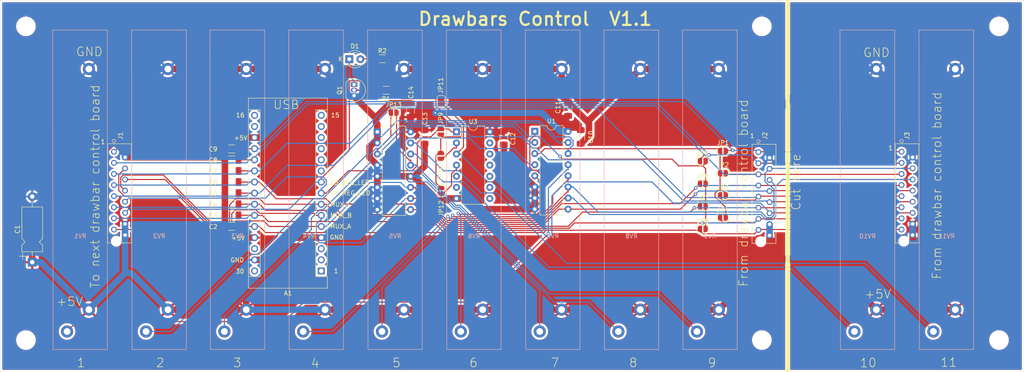
<source format=kicad_pcb>
(kicad_pcb (version 20211014) (generator pcbnew)
  (title_block (title "Drawbars Control") (date "2022-04-13") (rev "1.1") (company "Picherie") (comment 1 "4 same boards interconnected. 3 of them have to be cut"))
  (layers (0 "F.Cu" signal) (31 "B.Cu" signal) (34 "B.Paste" user) (35 "F.Paste" user) (36 "B.SilkS" user "B.Silkscreen") (37 "F.SilkS" user "F.Silkscreen") (38 "B.Mask" user) (39 "F.Mask" user) (44 "Edge.Cuts" user))
  (net 0 "")
  (net 1 "+5V")
  (net 2 "/ANLG0")
  (net 3 "GND")
  (net 4 "/ANLG1")
  (net 5 "/MUX_A")
  (net 6 "/ANLG2")
  (net 7 "/MUX_B")
  (net 8 "/ANLG3")
  (net 9 "/MUX_C")
  (net 10 "/ANLG4")
  (net 11 "/ANLG5")
  (net 12 "/ANLG6")
  (net 13 "/ANLG7")
  (net 14 "/ANLGA")
  (net 15 "/ANLGB")
  (net 16 "Net-(RV1-Pad2)")
  (net 17 "Net-(RV2-Pad2)")
  (net 18 "Net-(RV3-Pad2)")
  (net 19 "Net-(RV4-Pad2)")
  (net 20 "Net-(RV5-Pad2)")
  (net 21 "Net-(RV6-Pad2)")
  (net 22 "Net-(RV7-Pad2)")
  (net 23 "Net-(RV8-Pad2)")
  (net 24 "Net-(JP13-Pad2)")
  (net 25 "Net-(D1-Pad1)")
  (net 26 "Net-(D1-Pad2)")
  (net 27 "Net-(Q1-Pad2)")
  (net 29 "Net-(JP12-Pad1)")
  (net 30 "Net-(RV10-Pad2)")
  (net 33 "/UP_REG_LED")
  (net 34 "/LO_REG_LED")
  (net 45 "Net-(JP10-Pad2)")
  (net 46 "Net-(JP10-Pad1)")
  (net 47 "Net-(RV11-Pad2)")
  (footprint "Module:Arduino_Nano" (layer "F.Cu") (at 104.4 103.9 180)
    (fp_text reference "A1")
    (fp_text value "Arduino_Nano_v3.x" hide)
  )
  (footprint "Capacitor_THT:CP_Axial_L10.0mm_D4.5mm_P15.00mm_Horizontal" (layer "F.Cu") (at 38.3425 101.9 90)
    (fp_text reference "C1")
    (fp_text value "10uF" hide)
  )
  (footprint "Capacitor_SMD:C_1206_3216Metric_Pad1.33x1.80mm_HandSolder" (layer "F.Cu") (at 83.9375 93.7 180)
    (fp_text reference "C2")
    (fp_text value "100n" hide)
  )
  (footprint "Capacitor_SMD:C_1206_3216Metric_Pad1.33x1.80mm_HandSolder" (layer "F.Cu") (at 83.9375 91.1714 180)
    (fp_text reference "C3")
    (fp_text value "100n" hide)
  )
  (footprint "Capacitor_SMD:C_1206_3216Metric_Pad1.33x1.80mm_HandSolder" (layer "F.Cu") (at 83.9375 88.6429 180)
    (fp_text reference "C4")
    (fp_text value "100n" hide)
  )
  (footprint "Capacitor_SMD:C_1206_3216Metric_Pad1.33x1.80mm_HandSolder" (layer "F.Cu") (at 83.9375 86.1143 180)
    (fp_text reference "C5")
    (fp_text value "100n" hide)
  )
  (footprint "Capacitor_SMD:C_1206_3216Metric_Pad1.33x1.80mm_HandSolder" (layer "F.Cu") (at 83.9375 83.5857 180)
    (fp_text reference "C6")
    (fp_text value "100n" hide)
  )
  (footprint "Capacitor_SMD:C_1206_3216Metric_Pad1.33x1.80mm_HandSolder" (layer "F.Cu") (at 83.9375 81.0571 180)
    (fp_text reference "C7")
    (fp_text value "100n" hide)
  )
  (footprint "Capacitor_SMD:C_1206_3216Metric_Pad1.33x1.80mm_HandSolder" (layer "F.Cu") (at 83.9375 78.5286 180)
    (fp_text reference "C8")
    (fp_text value "100n" hide)
  )
  (footprint "Capacitor_SMD:C_1206_3216Metric_Pad1.33x1.80mm_HandSolder" (layer "F.Cu") (at 83.9375 76 180)
    (fp_text reference "C9")
    (fp_text value "100n" hide)
  )
  (footprint "Capacitor_SMD:C_1206_3216Metric_Pad1.33x1.80mm_HandSolder" (layer "F.Cu") (at 163.7 73.2625 -90)
    (fp_text reference "C10")
    (fp_text value "10µ" hide)
  )
  (footprint "Capacitor_SMD:C_1206_3216Metric_Pad1.33x1.80mm_HandSolder" (layer "F.Cu") (at 160.8 66.9 90)
    (fp_text reference "C11")
    (fp_text value "100n" hide)
  )
  (footprint "Capacitor_SMD:C_1206_3216Metric_Pad1.33x1.80mm_HandSolder" (layer "F.Cu") (at 146.1 73.4625 -90)
    (fp_text reference "C12")
    (fp_text value "100n" hide)
  )
  (footprint "Capacitor_SMD:C_1206_3216Metric_Pad1.33x1.80mm_HandSolder" (layer "F.Cu") (at 128 73.2625 -90)
    (fp_text reference "C13")
    (fp_text value "10µ" hide)
  )
  (footprint "Jumper:SolderJumper-2_P1.3mm_Open_RoundedPad1.0x1.5mm" (layer "F.Cu") (at 196.2 76.5 180)
    (fp_text reference "JP1")
    (fp_text value "SolderJumper_2_Open" hide)
  )
  (footprint "Jumper:SolderJumper-2_P1.3mm_Open_RoundedPad1.0x1.5mm" (layer "F.Cu") (at 196.2 81.5667 180)
    (fp_text reference "JP2")
    (fp_text value "SolderJumper_2_Open" hide)
  )
  (footprint "Package_DIP:DIP-16_W7.62mm" (layer "F.Cu") (at 153.2 72)
    (fp_text reference "U1")
    (fp_text value "4051" hide)
  )
  (footprint "Package_DIP:DIP-16_W7.62mm" (layer "F.Cu") (at 117.2 72.1)
    (fp_text reference "U2")
    (fp_text value "4051" hide)
  )
  (footprint "MountingHole:MountingHole_3.5mm" (layer "F.Cu") (at 205.1 48)
    (fp_text reference "REF2" hide)
    (fp_text value "MountingHole_3.5mm" hide)
  )
  (footprint "MountingHole:MountingHole_3.5mm" (layer "F.Cu") (at 259.3 48)
    (fp_text reference "REF3" hide)
    (fp_text value "MountingHole_3.5mm" hide)
  )
  (footprint "MountingHole:MountingHole_3.5mm" (layer "F.Cu") (at 36.9 119.7)
    (fp_text reference "REF6" hide)
    (fp_text value "MountingHole_3.5mm" hide)
  )
  (footprint "MountingHole:MountingHole_3.5mm" (layer "F.Cu") (at 205.1 119.7)
    (fp_text reference "REF5" hide)
    (fp_text value "MountingHole_3.5mm" hide)
  )
  (footprint "MountingHole:MountingHole_3.5mm" (layer "F.Cu") (at 259.3 119.7)
    (fp_text reference "REF4" hide)
    (fp_text value "MountingHole_3.5mm" hide)
  )
  (footprint "b3_footprints:MicroMatch_2x08_P1.27mm_Vertical" (layer "F.Cu") (at 237.1 76.6 -90)
    (fp_text reference "J3")
    (fp_text value "8-215079-6" hide)
  )
  (footprint "b3_footprints:MicroMatch_2x08_P1.27mm_Vertical" (layer "F.Cu") (at 204.4 76.7 -90)
    (fp_text reference "J2")
    (fp_text value "8-215079-6" hide)
  )
  (footprint "Jumper:SolderJumper-2_P1.3mm_Open_RoundedPad1.0x1.5mm" (layer "F.Cu") (at 196.2 86.6333)
    (fp_text reference "JP3")
    (fp_text value "SolderJumper_2_Open" hide)
  )
  (footprint "Jumper:SolderJumper-2_P1.3mm_Open_RoundedPad1.0x1.5mm" (layer "F.Cu") (at 196.2 91.7)
    (fp_text reference "JP4")
    (fp_text value "SolderJumper_2_Open" hide)
  )
  (footprint "Jumper:SolderJumper-2_P1.3mm_Open_RoundedPad1.0x1.5mm" (layer "F.Cu") (at 191.6 78.8)
    (fp_text reference "JP5")
    (fp_text value "SolderJumper_2_Open" hide)
  )
  (footprint "Jumper:SolderJumper-2_P1.3mm_Open_RoundedPad1.0x1.5mm" (layer "F.Cu") (at 191.6 83.9667)
    (fp_text reference "JP6")
    (fp_text value "SolderJumper_2_Open" hide)
  )
  (footprint "Jumper:SolderJumper-2_P1.3mm_Open_RoundedPad1.0x1.5mm" (layer "F.Cu") (at 191.6 89.1333)
    (fp_text reference "JP7")
    (fp_text value "SolderJumper_2_Open" hide)
  )
  (footprint "Jumper:SolderJumper-2_P1.3mm_Open_RoundedPad1.0x1.5mm" (layer "F.Cu") (at 191.6 94.3)
    (fp_text reference "JP8")
    (fp_text value "SolderJumper_2_Open" hide)
  )
  (footprint "Jumper:SolderJumper-2_P1.3mm_Open_RoundedPad1.0x1.5mm" (layer "F.Cu") (at 131.7 72.1 -90)
    (fp_text reference "JP9")
    (fp_text value "SolderJumper_2_Open" hide)
  )
  (footprint "Jumper:SolderJumper-2_P1.3mm_Open_RoundedPad1.0x1.5mm" (layer "F.Cu") (at 131.7 77.6 90)
    (fp_text reference "JP10")
    (fp_text value "SolderJumper_2_Open" hide)
  )
  (footprint "b3_footprints:MicroMatch_2x08_P1.27mm_Vertical" (layer "F.Cu") (at 57.1 76.6 -90)
    (fp_text reference "J1")
    (fp_text value "8-215079-6" hide)
  )
  (footprint "MountingHole:MountingHole_3.5mm" (layer "F.Cu") (at 36.9 48)
    (fp_text reference "REF1" hide)
    (fp_text value "MountingHole_3.5mm" hide)
  )
  (footprint "Capacitor_SMD:C_1206_3216Metric_Pad1.33x1.80mm_HandSolder" (layer "F.Cu") (at 124.8 67.1625 90)
    (fp_text reference "C14")
    (fp_text value "100n" hide)
  )
  (footprint "LED_THT:LED_D3.0mm_FlatTop" (layer "F.Cu") (at 110.8 55.5)
    (fp_text reference "D1")
    (fp_text value "LED_Filled" hide)
  )
  (footprint "Package_TO_SOT_THT:TO-92_Inline" (layer "F.Cu") (at 111.9 61.3 -90)
    (fp_text reference "Q1")
    (fp_text value "BC547" hide)
  )
  (footprint "Resistor_SMD:R_1206_3216Metric_Pad1.30x1.75mm_HandSolder" (layer "F.Cu") (at 118.35 55.4)
    (fp_text reference "R2")
    (fp_text value "140" hide)
  )
  (footprint "Package_DIP:DIP-14_W7.62mm" (layer "F.Cu") (at 135.3 72.1)
    (fp_text reference "U3")
    (fp_text value "74HC04" hide)
  )
  (footprint "Jumper:SolderJumper-2_P1.3mm_Open_RoundedPad1.0x1.5mm" (layer "F.Cu") (at 131.8 65.2 90)
    (fp_text reference "JP11")
    (fp_text value "SolderJumper_2_Open" hide)
  )
  (footprint "Jumper:SolderJumper-2_P1.3mm_Open_RoundedPad1.0x1.5mm" (layer "F.Cu") (at 131.8 85.6 90)
    (fp_text reference "JP12")
    (fp_text value "SolderJumper_2_Open" hide)
  )
  (footprint "Jumper:SolderJumper-2_P1.3mm_Open_RoundedPad1.0x1.5mm" (layer "F.Cu") (at 120.95 67.7)
    (fp_text reference "JP13")
    (fp_text value "SolderJumper_2_Open" hide)
  )
  (footprint "Resistor_SMD:R_1206_3216Metric_Pad1.30x1.75mm_HandSolder" (layer "F.Cu") (at 119.25 62.6 180)
    (fp_text reference "R1")
    (fp_text value "2.8K" hide)
  )
  (footprint "b3_footprints:Drawbar_Potentiometer" (layer "B.Cu") (at 49.3 85.24 180)
    (fp_text reference "RV1")
    (fp_text value "10K" hide)
  )
  (footprint "b3_footprints:Drawbar_Potentiometer" (layer "B.Cu") (at 67.35 85.24 180)
    (fp_text reference "RV2")
    (fp_text value "10K" hide)
  )
  (footprint "b3_footprints:Drawbar_Potentiometer" (layer "B.Cu") (at 85.26 85.24 180)
    (fp_text reference "RV3")
    (fp_text value "10K" hide)
  )
  (footprint "b3_footprints:Drawbar_Potentiometer" (layer "B.Cu") (at 103.27 85.24 180)
    (fp_text reference "RV4")
    (fp_text value "10K" hide)
  )
  (footprint "b3_footprints:Drawbar_Potentiometer" (layer "B.Cu") (at 121.28 85.24 180)
    (fp_text reference "RV5")
    (fp_text value "10K" hide)
  )
  (footprint "b3_footprints:Drawbar_Potentiometer" (layer "B.Cu") (at 139.29 85.24 180)
    (fp_text reference "RV6")
    (fp_text value "10K" hide)
  )
  (footprint "b3_footprints:Drawbar_Potentiometer" (layer "B.Cu") (at 157.33 85.24 180)
    (fp_text reference "RV7")
    (fp_text value "10K" hide)
  )
  (footprint "b3_footprints:Drawbar_Potentiometer" (layer "B.Cu") (at 175.31 85.24 180)
    (fp_text reference "RV8")
    (fp_text value "10K" hide)
  )
  (footprint "b3_footprints:Drawbar_Potentiometer" (layer "B.Cu") (at 193.26 85.24 180)
    (fp_text reference "RV9")
    (fp_text value "10K" hide)
  )
  (footprint "b3_footprints:Drawbar_Potentiometer" (layer "B.Cu") (at 229.26 85.24 180)
    (fp_text reference "RV10")
    (fp_text value "10K" hide)
  )
  (footprint "b3_footprints:Drawbar_Potentiometer" (layer "B.Cu") (at 247.3 85.24 180)
    (fp_text reference "RV11")
    (fp_text value "10K" hide)
  )
  (gr_line (start 211 42.5) (end 211 126.5) (layer "F.SilkS") (width 1))
  (gr_line (start 31 127) (end 31 42) (layer "Edge.Cuts") (width 0.05))
  (gr_line (start 31 42) (end 265 42) (layer "Edge.Cuts") (width 0.05))
  (gr_line (start 265 127) (end 31 127) (layer "Edge.Cuts") (width 0.05))
  (gr_line (start 265 127) (end 265 42) (layer "Edge.Cuts") (width 0.05))
  (gr_text "From drawbar control board" (at 200.9 86.1 90) (layer "F.SilkS") (effects (font (size 2 2))))
  (gr_text "From drawbar control board" (at 245.1 84.4 90) (layer "F.SilkS") (effects (font (size 2 2))))
  (gr_text "5" (at 121.6 124.9) (layer "F.SilkS") (effects (font (size 2 2))))
  (gr_text "8" (at 175.7 124.88) (layer "F.SilkS") (effects (font (size 2 2))))
  (gr_text "10" (at 229.4 124.9) (layer "F.SilkS") (effects (font (size 2 2))))
  (gr_text "To next drawbar control board" (at 52.7 84.6 90) (layer "F.SilkS") (effects (font (size 2 2))))
  (gr_text "3" (at 85.2 124.88) (layer "F.SilkS") (effects (font (size 2 2))))
  (gr_text "+5V" (at 231.6 109.2) (layer "F.SilkS") (effects (font (size 2 2))))
  (gr_text "1" (at 107.8 103.9) (layer "F.SilkS") (effects (font (size 1 1))))
  (gr_text "30" (at 85.8 104) (layer "F.SilkS") (effects (font (size 1 1))))
  (gr_text "+5V" (at 85.4 96.4) (layer "F.SilkS") (effects (font (size 1 1))))
  (gr_text "LO_REG_LED" (at 110.9 83.7) (layer "F.SilkS") (effects (font (size 1 1))))
  (gr_text "16" (at 85.9 68.3) (layer "F.SilkS") (effects (font (size 1 1))))
  (gr_text "GND" (at 231.3 54) (layer "F.SilkS") (effects (font (size 2 2))))
  (gr_text "MUX_B" (at 108.9 91.2) (layer "F.SilkS") (effects (font (size 1 1))))
  (gr_text "MUX_C" (at 108.9 88.7) (layer "F.SilkS") (effects (font (size 1 1))))
  (gr_text "6" (at 139.2 124.88) (layer "F.SilkS") (effects (font (size 2 2))))
  (gr_text "UP_REG_LED" (at 111 86.1) (layer "F.SilkS") (effects (font (size 1 1))))
  (gr_text "GND" (at 85.2 101.4) (layer "F.SilkS") (effects (font (size 1 1))))
  (gr_text "7" (at 157.8 124.88) (layer "F.SilkS") (effects (font (size 2 2))))
  (gr_text "15" (at 107.6 68.3) (layer "F.SilkS") (effects (font (size 1 1))))
  (gr_text "2" (at 67.6 124.88) (layer "F.SilkS") (effects (font (size 2 2))))
  (gr_text "GND" (at 107.9 96.2) (layer "F.SilkS") (effects (font (size 1 1))))
  (gr_text "4" (at 103 125) (layer "F.SilkS") (effects (font (size 2 2))))
  (gr_text "9" (at 193.7 124.88) (layer "F.SilkS") (effects (font (size 2 2))))
  (gr_text "Drawbars Control  V1.1" (at 153.3 46.3) (layer "F.SilkS") (effects (font (size 3 3) (thickness 0.5))))
  (gr_text "+5V" (at 86 73.5) (layer "F.SilkS") (effects (font (size 1 1))))
  (gr_text "Cut here" (at 212.9 83.6 90) (layer "F.SilkS") (effects (font (size 2 2))))
  (gr_text "1" (at 234.5 75.8) (layer "F.SilkS") (effects (font (size 1 1))))
  (gr_text "1" (at 54.5 74.4) (layer "F.SilkS") (effects (font (size 1 1))))
  (gr_text "+5V" (at 46.9 110.9) (layer "F.SilkS") (effects (font (size 2 2))))
  (gr_text "MUX_A" (at 108.8 93.7) (layer "F.SilkS") (effects (font (size 1 1))))
  (gr_text "K" (at 108.8 55.5) (layer "F.SilkS") (effects (font (size 1 1))))
  (gr_text "1" (at 49.5 124.88) (layer "F.SilkS") (effects (font (size 2 2))))
  (gr_text "GND" (at 51.4 53.8) (layer "F.SilkS") (effects (font (size 2 2))))
  (gr_text "USB" (at 96.4 65.9) (layer "F.SilkS") (effects (font (size 2 2))))
  (gr_text "11" (at 247.8 124.8) (layer "F.SilkS") (effects (font (size 2 2))))
  (gr_text "1" (at 202.9 73) (layer "F.SilkS") (effects (font (size 1 1))))
  (segment (start 118.6325 57.7086) (end 119.2694 57.0717) (width 1.5) (layer "F.Cu") (net 1))
  (segment (start 124.82 71.2248) (end 124.82 70.3497) (width 1.5) (layer "F.Cu") (net 1))
  (segment (start 219.6618 101.1418) (end 231.26 112.74) (width 1.5) (layer "F.Cu") (net 1))
  (segment (start 141.1697 70.9576) (end 131.9581 61.746) (width 1.5) (layer "F.Cu") (net 1))
  (segment (start 206.8582 101.1418) (end 195.26 112.74) (width 1.5) (layer "F.Cu") (net 1))
  (segment (start 124.82 68.725) (end 124.82 70.3497) (width 1.5) (layer "F.Cu") (net 1))
  (segment (start 160.82 72) (end 160.82 71.1248) (width 1.5) (layer "F.Cu") (net 1))
  (segment (start 206.8582 101.1418) (end 219.6618 101.1418) (width 1.5) (layer "F.Cu") (net 1))
  (segment (start 141.1697 72.1) (end 141.1697 70.9576) (width 1.5) (layer "F.Cu") (net 1))
  (segment (start 195.26 112.74) (end 177.31 112.74) (width 1.5) (layer "F.Cu") (net 1))
  (segment (start 127.5248 71.2248) (end 128 71.7) (width 1.5) (layer "F.Cu") (net 1))
  (segment (start 89.16 73.42) (end 87.4097 73.42) (width 1.5) (layer "F.Cu") (net 1))
  (segment (start 160.82 71.1248) (end 160.82 70.2497) (width 1.5) (layer "F.Cu") (net 1))
  (segment (start 123.28 112.74) (end 105.27 112.74) (width 1.5) (layer "F.Cu") (net 1))
  (segment (start 123.9437 61.746) (end 119.2694 57.0717) (width 1.5) (layer "F.Cu") (net 1))
  (segment (start 87.26 112.74) (end 69.35 112.74) (width 1.5) (layer "F.Cu") (net 1))
  (segment (start 163.1248 71.1248) (end 163.7 71.7) (width 1.5) (layer "F.Cu") (net 1))
  (segment (start 142.92 72.1) (end 145.9 72.1) (width 1.5) (layer "F.Cu") (net 1))
  (segment (start 124.82 71.2248) (end 127.5248 71.2248) (width 1.5) (layer "F.Cu") (net 1))
  (segment (start 206.8582 95.7977) (end 206.8582 101.1418) (width 1.5) (layer "F.Cu") (net 1))
  (segment (start 119.9 56.4411) (end 119.9 55.4) (width 1.5) (layer "F.Cu") (net 1))
  (segment (start 145.9 72.1) (end 146.1 71.9) (width 1.5) (layer "F.Cu") (net 1))
  (segment (start 239.5582 112.74) (end 231.26 112.74) (width 1.5) (layer "F.Cu") (net 1))
  (segment (start 141.29 112.74) (end 123.28 112.74) (width 1.5) (layer "F.Cu") (net 1))
  (segment (start 159.9164 69.3461) (end 160.82 70.2497) (width 1.5) (layer "F.Cu") (net 1))
  (segment (start 130.4694 67.7546) (end 125.7904 67.7546) (width 1.5) (layer "F.Cu") (net 1))
  (segment (start 160.8 68.4625) (end 159.9164 69.3461) (width 1.5) (layer "F.Cu") (net 1))
  (segment (start 109.2103 57.7086) (end 118.6325 57.7086) (width 1.5) (layer "F.Cu") (net 1))
  (segment (start 159.33 112.74) (end 141.29 112.74) (width 1.5) (layer "F.Cu") (net 1))
  (segment (start 148.6539 69.3461) (end 159.9164 69.3461) (width 1.5) (layer "F.Cu") (net 1))
  (segment (start 119.2694 57.0717) (end 119.9 56.4411) (width 1.5) (layer "F.Cu") (net 1))
  (segment (start 87.4097 73.42) (end 57.8962 73.42) (width 1.5) (layer "F.Cu") (net 1))
  (segment (start 177.31 112.74) (end 159.33 112.74) (width 1.5) (layer "F.Cu") (net 1))
  (segment (start 160.82 71.1248) (end 163.1248 71.1248) (width 1.5) (layer "F.Cu") (net 1))
  (segment (start 239.5582 112.74) (end 239.5582 95.6977) (width 1.5) (layer "F.Cu") (net 1))
  (segment (start 57.8962 73.42) (end 38.3425 92.9737) (width 1.5) (layer "F.Cu") (net 1))
  (segment (start 146.1 71.9) (end 148.6539 69.3461) (width 1.5) (layer "F.Cu") (net 1))
  (segment (start 124.82 72.1) (end 124.82 71.2248) (width 1.5) (layer "F.Cu") (net 1))
  (segment (start 93.4989 73.42) (end 109.2103 57.7086) (width 1.5) (layer "F.Cu") (net 1))
  (segment (start 125.7904 67.7546) (end 124.82 68.725) (width 1.5) (layer "F.Cu") (net 1))
  (segment (start 89.16 73.42) (end 90.0352 73.42) (width 1.5) (layer "F.Cu") (net 1))
  (segment (start 89.16 96.28) (end 87.4097 96.28) (width 1.5) (layer "F.Cu") (net 1))
  (segment (start 142.92 72.1) (end 141.1697 72.1) (width 1.5) (layer "F.Cu") (net 1))
  (segment (start 249.3 112.74) (end 239.5582 112.74) (width 1.5) (layer "F.Cu") (net 1))
  (segment (start 124.82 68.725) (end 124.8 68.725) (width 1.5) (layer "F.Cu") (net 1))
  (segment (start 38.3425 92.9737) (end 38.3425 101.9) (width 1.5) (layer "F.Cu") (net 1))
  (segment (start 87.26 96.4297) (end 87.4097 96.28) (width 1.5) (layer "F.Cu") (net 1))
  (segment (start 87.26 112.74) (end 87.26 96.4297) (width 1.5) (layer "F.Cu") (net 1))
  (segment (start 131.9581 61.746) (end 123.9437 61.746) (width 1.5) (layer "F.Cu") (net 1))
  (segment (start 90.0352 73.42) (end 93.4989 73.42) (width 1.5) (layer "F.Cu") (net 1))
  (via (at 130.4694 67.7546) (size 0.8) (drill 0.4) (layers "F.Cu" "B.Cu") (net 1))
  (segment (start 51.3 112.74) (end 51.3 112.6564) (width 1.5) (layer "B.Cu") (net 1))
  (segment (start 51.3 112.6564) (end 59.5582 104.3982) (width 1.5) (layer "B.Cu") (net 1))
  (segment (start 38.3425 101.9) (end 40.2928 101.9) (width 1.5) (layer "B.Cu") (net 1))
  (segment (start 61.0082 104.3982) (end 59.5582 104.3982) (width 1.5) (layer "B.Cu") (net 1))
  (segment (start 51.0492 112.6564) (end 40.2928 101.9) (width 1.5) (layer "B.Cu") (net 1))
  (segment (start 69.35 112.74) (end 61.0082 104.3982) (width 1.5) (layer "B.Cu") (net 1))
  (segment (start 206.8582 95.7977) (end 206.8582 93.2577) (width 1.5) (layer "B.Cu") (net 1))
  (segment (start 239.5582 95.6977) (end 239.5582 93.1577) (width 1.5) (layer "B.Cu") (net 1))
  (segment (start 51.3 112.6564) (end 51.0492 112.6564) (width 1.5) (layer "B.Cu") (net 1))
  (segment (start 154.8243 67.7546) (end 130.4694 67.7546) (width 1.5) (layer "B.Cu") (net 1))
  (segment (start 105.27 112.74) (end 87.26 112.74) (width 1.5) (layer "B.Cu") (net 1))
  (segment (start 59.5582 93.1577) (end 59.5582 95.6977) (width 1.5) (layer "B.Cu") (net 1))
  (segment (start 59.5582 104.3982) (end 59.5582 95.6977) (width 1.5) (layer "B.Cu") (net 1))
  (segment (start 160.82 72) (end 159.0697 72) (width 1.5) (layer "B.Cu") (net 1))
  (segment (start 159.0697 72) (end 154.8243 67.7546) (width 1.5) (layer "B.Cu") (net 1))
  (segment (start 85.5 76) (end 85.5 75.9823) (width 0.25) (layer "F.Cu") (net 2))
  (segment (start 84.2393 74.7216) (end 58.9443 74.7216) (width 0.25) (layer "F.Cu") (net 2))
  (segment (start 204.4182 76.6477) (end 237.0182 76.6477) (width 0.25) (layer "F.Cu") (net 2))
  (segment (start 85.5 75.9823) (end 88.0124 75.9823) (width 0.25) (layer "F.Cu") (net 2))
  (segment (start 197.0015 76.3485) (end 196.85 76.5) (width 0.25) (layer "F.Cu") (net 2))
  (segment (start 89.16 75.96) (end 88.0347 75.96) (width 0.25) (layer "F.Cu") (net 2))
  (segment (start 204.3182 76.7477) (end 204.4182 76.6477) (width 0.25) (layer "F.Cu") (net 2))
  (segment (start 85.5 75.9823) (end 84.2393 74.7216) (width 0.25) (layer "F.Cu") (net 2))
  (segment (start 58.9443 74.7216) (end 57.0182 76.6477) (width 0.25) (layer "F.Cu") (net 2))
  (segment (start 88.0124 75.9823) (end 88.0347 75.96) (width 0.25) (layer "F.Cu") (net 2))
  (segment (start 198.4503 76.3485) (end 197.0015 76.3485) (width 0.25) (layer "F.Cu") (net 2))
  (via (at 198.4503 76.3485) (size 0.8) (drill 0.4) (layers "F.Cu" "B.Cu") (net 2))
  (segment (start 198.4503 76.3485) (end 187.3039 65.2021) (width 0.25) (layer "B.Cu") (net 2))
  (segment (start 203.919 76.3485) (end 204.3182 76.7477) (width 0.25) (layer "B.Cu") (net 2))
  (segment (start 198.4503 76.3485) (end 203.919 76.3485) (width 0.25) (layer "B.Cu") (net 2))
  (segment (start 101.0432 65.2021) (end 90.2853 75.96) (width 0.25) (layer "B.Cu") (net 2))
  (segment (start 89.16 75.96) (end 90.2853 75.96) (width 0.25) (layer "B.Cu") (net 2))
  (segment (start 187.3039 65.2021) (end 101.0432 65.2021) (width 0.25) (layer "B.Cu") (net 2))
  (segment (start 82.375 88.6429) (end 82.375 86.1143) (width 1.5) (layer "F.Cu") (net 3))
  (segment (start 82.375 83.5857) (end 82.375 86.1143) (width 1.5) (layer "F.Cu") (net 3))
  (segment (start 153.2 87.24) (end 153.2 88.9903) (width 1.5) (layer "F.Cu") (net 3))
  (segment (start 153.2 84.7) (end 146.1 77.6) (width 1.5) (layer "F.Cu") (net 3))
  (segment (start 82.375 81.0571) (end 82.375 83.5857) (width 1.5) (layer "F.Cu") (net 3))
  (segment (start 153.2 87.24) (end 153.2 84.7) (width 1.5) (layer "F.Cu") (net 3))
  (segment (start 128 74.825) (end 128 79.9552) (width 1.5) (layer "F.Cu") (net 3))
  (segment (start 135.3 87.34) (end 133.5497 87.34) (width 1.5) (layer "F.Cu") (net 3))
  (segment (start 151.4497 89.78) (end 139.4903 89.78) (width 1.5) (layer "F.Cu") (net 3))
  (segment (start 95.9903 96.28) (end 90.9103 101.36) (width 1.5) (layer "F.Cu") (net 3))
  (segment (start 116.9489 70.0986) (end 117.2 70.3497) (width 1.5) (layer "F.Cu") (net 3))
  (segment (start 152.3249 89.78) (end 151.4497 89.78) (width 1.5) (layer "F.Cu") (net 3))
  (segment (start 89.16 101.36) (end 90.9103 101.36) (width 1.5) (layer "F.Cu") (net 3))
  (segment (start 124.82 82.26) (end 123.0697 82.26) (width 1.5) (layer "F.Cu") (net 3))
  (segment (start 153.2 89.78) (end 152.3249 89.78) (width 1.5) (layer "F.Cu") (net 3))
  (segment (start 115.4488 77.9688) (end 117.2 79.72) (width 1.5) (layer "F.Cu") (net 3))
  (segment (start 117.2 82.26) (end 123.0697 82.26) (width 1.5) (layer "F.Cu") (net 3))
  (segment (start 105.27 57.74) (end 87.26 57.74) (width 1.5) (layer "F.Cu") (net 3))
  (segment (start 125.6952 82.4983) (end 130.9076 87.7107) (width 1.5) (layer "F.Cu") (net 3))
  (segment (start 116.5743 68.7197) (end 116.9489 68.7197) (width 1.5) (layer "F.Cu") (net 3))
  (segment (start 115.4488 75.5161) (end 115.4488 77.9688) (width 1.5) (layer "F.Cu") (net 3))
  (segment (start 87.26 57.74) (end 69.35 57.74) (width 1.5) (layer "F.Cu") (net 3))
  (segment (start 128 79.9552) (end 125.6952 82.26) (width 1.5) (layer "F.Cu") (net 3))
  (segment (start 82.375 93.7) (end 82.375 91.1714) (width 1.5) (layer "F.Cu") (net 3))
  (segment (start 111.9 64.0454) (end 116.5743 68.7197) (width 1.5) (layer "F.Cu") (net 3))
  (segment (start 195.26 57.74) (end 177.31 57.74) (width 1.5) (layer "F.Cu") (net 3))
  (segment (start 116.3249 74.64) (end 115.4488 75.5161) (width 1.5) (layer "F.Cu") (net 3))
  (segment (start 146.1 77.6) (end 146.1 75.025) (width 1.5) (layer "F.Cu") (net 3))
  (segment (start 59.5582 77.9177) (end 81.7641 77.9177) (width 1.5) (layer "F.Cu") (net 3))
  (segment (start 177.31 57.74) (end 165.2563 69.7937) (width 1.5) (layer "F.Cu") (net 3))
  (segment (start 124.8 65.6) (end 120.0686 65.6) (width 1.5) (layer "F.Cu") (net 3))
  (segment (start 117.1146 73.8503) (end 116.3249 74.64) (width 1.5) (layer "F.Cu") (net 3))
  (segment (start 125.6952 82.26) (end 125.6952 82.4983) (width 1.5) (layer "F.Cu") (net 3))
  (segment (start 165.582 70.1195) (end 165.582 72.943) (width 1.5) (layer "F.Cu") (net 3))
  (segment (start 117.2 74.64) (end 116.3249 74.64) (width 1.5) (layer "F.Cu") (net 3))
  (segment (start 120.0686 65.6) (end 116.9489 68.7197) (width 1.5) (layer "F.Cu") (net 3))
  (segment (start 152.3249 89.78) (end 153.1146 88.9903) (width 1.5) (layer "F.Cu") (net 3))
  (segment (start 117.2 73.8503) (end 117.1146 73.8503) (width 1.5) (layer "F.Cu") (net 3))
  (segment (start 82.375 76) (end 81.7641 76.6109) (width 1.5) (layer "F.Cu") (net 3))
  (segment (start 117.2 72.1) (end 117.2 73.8503) (width 1.5) (layer "F.Cu") (net 3))
  (segment (start 124.82 82.26) (end 125.6952 82.26) (width 1.5) (layer "F.Cu") (net 3))
  (segment (start 104.4 96.28) (end 95.9903 96.28) (width 1.5) (layer "F.Cu") (net 3))
  (segment (start 81.7641 76.6109) (end 81.7641 77.9177) (width 1.5) (layer "F.Cu") (net 3))
  (segment (start 159.33 63.8675) (end 160.8 65.3375) (width 1.5) (layer "F.Cu") (net 3))
  (segment (start 139.4903 89.78) (end 137.0503 87.34) (width 1.5) (layer "F.Cu") (net 3))
  (segment (start 82.375 91.1714) (end 82.375 88.6429) (width 1.5) (layer "F.Cu") (net 3))
  (segment (start 116.9489 68.7197) (end 116.9489 70.0986) (width 1.5) (layer "F.Cu") (net 3))
  (segment (start 81.7641 77.9177) (end 82.375 78.5286) (width 1.5) (layer "F.Cu") (net 3))
  (segment (start 165.2563 69.7937) (end 165.582 70.1195) (width 1.5) (layer "F.Cu") (net 3))
  (segment (start 117.2 84.8) (end 117.2 82.26) (width 1.5) (layer "F.Cu") (net 3))
  (segment (start 133.179 87.7107) (end 133.5497 87.34) (width 1.5) (layer "F.Cu") (net 3))
  (segment (start 160.8 65.3375) (end 165.2563 69.7937) (width 1.5) (layer "F.Cu") (net 3))
  (segment (start 111.9 64.0454) (end 111.9 63.84) (width 1.0498) (layer "F.Cu") (net 3))
  (segment (start 130.9076 87.7107) (end 133.179 87.7107) (width 1.5) (layer "F.Cu") (net 3))
  (segment (start 159.33 57.74) (end 159.33 63.8675) (width 1.5) (layer "F.Cu") (net 3))
  (segment (start 82.375 78.5286) (end 82.375 81.0571) (width 1.5) (layer "F.Cu") (net 3))
  (segment (start 165.582 72.943) (end 163.7 74.825) (width 1.5) (layer "F.Cu") (net 3))
  (segment (start 153.1146 88.9903) (end 153.2 88.9903) (width 1.5) (layer "F.Cu") (net 3))
  (segment (start 135.3 87.34) (end 137.0503 87.34) (width 1.5) (layer "F.Cu") (net 3))
  (segment (start 117.2 72.1) (end 117.2 70.3497) (width 1.5) (layer "F.Cu") (net 3))
  (segment (start 141.29 57.74) (end 123.28 57.74) (width 1.5) (layer "F.Cu") (net 3))
  (segment (start 159.33 57.74) (end 141.29 57.74) (width 1.5) (layer "F.Cu") (net 3))
  (segment (start 231.26 57.74) (end 218.4564 57.74) (width 1.5) (layer "B.Cu") (net 3))
  (segment (start 59.5582 76.8987) (end 54.9262 72.2666) (width 1.5) (layer "B.Cu") (net 3))
  (segment (start 117.2 89.88) (end 112.5503 89.88) (width 1.5) (layer "B.Cu") (net 3))
  (segment (start 58.5524 57.74) (end 54.9262 61.3662) (width 1.5) (layer "B.Cu") (net 3))
  (segment (start 111.0637 64.0454) (end 111.6946 64.0454) (width 1.5) (layer "B.Cu") (net 3))
  (segment (start 104.4 96.28) (end 106.1503 96.28) (width 1.5) (layer "B.Cu") (net 3))
  (segment (start 117.2 82.26) (end 117.2 79.72) (width 1.5) (layer "B.Cu") (net 3))
  (segment (start 239.5582 67.4818) (end 239.5582 77.9177) (width 1.5) (layer "B.Cu") (net 3))
  (segment (start 117.2 84.8) (end 117.2 87.34) (width 1.5) (layer "B.Cu") (net 3))
  (segment (start 117.2 89.88) (end 117.2 89.0903) (width 1.5) (layer "B.Cu") (net 3))
  (segment (start 38.3425 86.9) (end 40.2928 86.9) (width 1.5) (layer "B.Cu") (net 3))
  (segment (start 240.28 66.76) (end 239.5582 67.4818) (width 1.5) (layer "B.Cu") (net 3))
  (segment (start 112.1054 64.0454) (end 111.9 63.84) (width 1.0498) (layer "B.Cu") (net 3))
  (segment (start 123.28 57.74) (end 116.9746 64.0454) (width 1.5) (layer "B.Cu") (net 3))
  (segment (start 240.28 66.76) (end 231.26 57.74) (width 1.5) (layer "B.Cu") (net 3))
  (segment (start 54.9262 61.3662) (end 54.9262 72.2666) (width 1.5) (layer "B.Cu") (net 3))
  (segment (start 249.3 57.74) (end 240.28 66.76) (width 1.5) (layer "B.Cu") (net 3))
  (segment (start 54.9262 72.2666) (end 40.2928 86.9) (width 1.5) (layer "B.Cu") (net 3))
  (segment (start 206.8582 69.3382) (end 195.26 57.74) (width 1.5) (layer "B.Cu") (net 3))
  (segment (start 117.2 87.34) (end 117.2 89.0903) (width 1.5) (layer "B.Cu") (net 3))
  (segment (start 105.27 57.74) (end 105.27 58.2517) (width 1.5) (layer "B.Cu") (net 3))
  (segment (start 206.8582 78.0177) (end 206.8582 69.3382) (width 1.5) (layer "B.Cu") (net 3))
  (segment (start 116.9746 64.0454) (end 112.1054 64.0454) (width 1.5) (layer "B.Cu") (net 3))
  (segment (start 112.5503 89.88) (end 106.1503 96.28) (width 1.5) (layer "B.Cu") (net 3))
  (segment (start 218.4564 57.74) (end 206.8582 69.3382) (width 1.5) (layer "B.Cu") (net 3))
  (segment (start 105.27 58.2517) (end 111.0637 64.0454) (width 1.5) (layer "B.Cu") (net 3))
  (segment (start 69.35 57.74) (end 58.5524 57.74) (width 1.5) (layer "B.Cu") (net 3))
  (segment (start 111.6946 64.0454) (end 111.9 63.84) (width 1.0498) (layer "B.Cu") (net 3))
  (segment (start 51.3 57.74) (end 54.9262 61.3662) (width 1.5) (layer "B.Cu") (net 3))
  (segment (start 59.5582 77.9177) (end 59.5582 76.8987) (width 1.5) (layer "B.Cu") (net 3))
  (segment (start 193.0245 77.3786) (end 191.9275 77.3786) (width 0.25) (layer "F.Cu") (net 4))
  (segment (start 85.5286 78.5) (end 85.5 78.5286) (width 0.25) (layer "F.Cu") (net 4))
  (segment (start 204.3182 79.2877) (end 236.9182 79.2877) (width 0.25) (layer "F.Cu") (net 4))
  (segment (start 89.16 78.5) (end 85.5286 78.5) (width 0.25) (layer "F.Cu") (net 4))
  (segment (start 190.95 78.3561) (end 190.95 78.8) (width 0.25) (layer "F.Cu") (net 4))
  (segment (start 191.9275 77.3786) (end 190.95 78.3561) (width 0.25) (layer "F.Cu") (net 4))
  (segment (start 236.9182 79.2877) (end 237.0182 79.1877) (width 0.25) (layer "F.Cu") (net 4))
  (via (at 193.0245 77.3786) (size 0.8) (drill 0.4) (layers "F.Cu" "B.Cu") (net 4))
  (segment (start 88.5974 78.5) (end 101.3685 65.7289) (width 0.25) (layer "B.Cu") (net 4))
  (segment (start 87.347 79.1877) (end 88.0347 78.5) (width 0.25) (layer "B.Cu") (net 4))
  (segment (start 57.0182 79.1877) (end 87.347 79.1877) (width 0.25) (layer "B.Cu") (net 4))
  (segment (start 202.4091 77.3786) (end 204.3182 79.2877) (width 0.25) (layer "B.Cu") (net 4))
  (segment (start 101.3685 65.7289) (end 181.3748 65.7289) (width 0.25) (layer "B.Cu") (net 4))
  (segment (start 193.0245 77.3786) (end 202.4091 77.3786) (width 0.25) (layer "B.Cu") (net 4))
  (segment (start 88.5974 78.5) (end 88.0347 78.5) (width 0.25) (layer "B.Cu") (net 4))
  (segment (start 89.16 78.5) (end 88.5974 78.5) (width 0.25) (layer "B.Cu") (net 4))
  (segment (start 181.3748 65.7289) (end 193.0245 77.3786) (width 0.25) (layer "B.Cu") (net 4))
  (segment (start 84.3892 94.8835) (end 84.3892 92.9115) (width 0.25) (layer "F.Cu") (net 5))
  (segment (start 84.3892 92.9115) (end 84.8307 92.47) (width 0.25) (layer "F.Cu") (net 5))
  (segment (start 125.9453 84.8) (end 125.9453 85.0847) (width 0.25) (layer "F.Cu") (net 5))
  (segment (start 154.1597 92.3979) (end 157.8023 88.7553) (width 0.25) (layer "F.Cu") (net 5))
  (segment (start 58.1152 85.513) (end 59.4099 86.8077) (width 0.25) (layer "F.Cu") (net 5))
  (segment (start 59.5582 80.4577) (end 58.1152 81.9007) (width 0.25) (layer "F.Cu") (net 5))
  (segment (start 91.237 92.47) (end 92.507 93.74) (width 0.25) (layer "F.Cu") (net 5))
  (segment (start 133.2585 92.3979) (end 154.1597 92.3979) (width 0.25) (layer "F.Cu") (net 5))
  (segment (start 59.4099 86.8077) (end 71.8752 86.8077) (width 0.25) (layer "F.Cu") (net 5))
  (segment (start 83.4335 95.8392) (end 84.3892 94.8835) (width 0.25) (layer "F.Cu") (net 5))
  (segment (start 125.9453 85.0847) (end 133.2585 92.3979) (width 0.25) (layer "F.Cu") (net 5))
  (segment (start 160.6026 85.8253) (end 160.82 85.8253) (width 0.25) (layer "F.Cu") (net 5))
  (segment (start 92.507 93.74) (end 104.4 93.74) (width 0.25) (layer "F.Cu") (net 5))
  (segment (start 58.1152 81.9007) (end 58.1152 85.513) (width 0.25) (layer "F.Cu") (net 5))
  (segment (start 124.82 84.8) (end 125.9453 84.8) (width 0.25) (layer "F.Cu") (net 5))
  (segment (start 71.8752 86.8077) (end 80.9067 95.8392) (width 0.25) (layer "F.Cu") (net 5))
  (segment (start 157.8023 88.7553) (end 157.8023 88.6256) (width 0.25) (layer "F.Cu") (net 5))
  (segment (start 80.9067 95.8392) (end 83.4335 95.8392) (width 0.25) (layer "F.Cu") (net 5))
  (segment (start 84.8307 92.47) (end 91.237 92.47) (width 0.25) (layer "F.Cu") (net 5))
  (segment (start 160.82 84.7) (end 160.82 85.8253) (width 0.25) (layer "F.Cu") (net 5))
  (segment (start 157.8023 88.6256) (end 160.6026 85.8253) (width 0.25) (layer "F.Cu") (net 5))
  (segment (start 122.5694 83.6747) (end 123.6947 84.8) (width 0.25) (layer "B.Cu") (net 5))
  (segment (start 206.7096 84.3677) (end 205.8234 83.4815) (width 0.25) (layer "B.Cu") (net 5))
  (segment (start 124.82 84.8) (end 123.6947 84.8) (width 0.25) (layer "B.Cu") (net 5))
  (segment (start 205.8234 81.5925) (end 206.8582 80.5577) (width 0.25) (layer "B.Cu") (net 5))
  (segment (start 206.2113 91.7205) (end 207.2764 91.7205) (width 0.25) (layer "B.Cu") (net 5))
  (segment (start 206.9582 80.4577) (end 206.8582 80.5577) (width 0.25) (layer "B.Cu") (net 5))
  (segment (start 161.9453 84.7) (end 167.6788 90.4335) (width 0.25) (layer "B.Cu") (net 5))
  (segment (start 167.6788 90.4335) (end 204.9243 90.4335) (width 0.25) (layer "B.Cu") (net 5))
  (segment (start 207.0054 84.3677) (end 206.7096 84.3677) (width 0.25) (layer "B.Cu") (net 5))
  (segment (start 207.8442 85.2065) (end 207.0054 84.3677) (width 0.25) (layer "B.Cu") (net 5))
  (segment (start 160.82 84.7) (end 161.9453 84.7) (width 0.25) (layer "B.Cu") (net 5))
  (segment (start 207.8442 91.1527) (end 207.8442 85.2065) (width 0.25) (layer "B.Cu") (net 5))
  (segment (start 115.5906 83.6747) (end 122.5694 83.6747) (width 0.25) (layer "B.Cu") (net 5))
  (segment (start 105.5253 93.74) (end 115.5906 83.6747) (width 0.25) (layer "B.Cu") (net 5))
  (segment (start 204.9243 90.4335) (end 206.2113 91.7205) (width 0.25) (layer "B.Cu") (net 5))
  (segment (start 205.8234 83.4815) (end 205.8234 81.5925) (width 0.25) (layer "B.Cu") (net 5))
  (segment (start 207.2764 91.7205) (end 207.8442 91.1527) (width 0.25) (layer "B.Cu") (net 5))
  (segment (start 239.5582 80.4577) (end 206.9582 80.4577) (width 0.25) (layer "B.Cu") (net 5))
  (segment (start 104.4 93.74) (end 105.5253 93.74) (width 0.25) (layer "B.Cu") (net 5))
  (segment (start 237.0182 81.7277) (end 236.9182 81.8277) (width 0.25) (layer "F.Cu") (net 6))
  (segment (start 204.3182 81.8277) (end 197.111 81.8277) (width 0.25) (layer "F.Cu") (net 6))
  (segment (start 88.0347 81.04) (end 85.5171 81.04) (width 0.25) (layer "F.Cu") (net 6))
  (segment (start 89.16 81.04) (end 88.0347 81.04) (width 0.25) (layer "F.Cu") (net 6))
  (segment (start 236.9182 81.8277) (end 204.3182 81.8277) (width 0.25) (layer "F.Cu") (net 6))
  (segment (start 197.111 81.8277) (end 196.85 81.5667) (width 0.25) (layer "F.Cu") (net 6))
  (segment (start 85.5171 81.04) (end 85.5 81.0571) (width 0.25) (layer "F.Cu") (net 6))
  (segment (start 57.0182 81.7277) (end 87.347 81.7277) (width 0.25) (layer "B.Cu") (net 6))
  (segment (start 87.347 81.7277) (end 88.0347 81.04) (width 0.25) (layer "B.Cu") (net 6))
  (segment (start 180.7995 66.1793) (end 196.4479 81.8277) (width 0.25) (layer "B.Cu") (net 6))
  (segment (start 119.5437 66.1793) (end 180.7995 66.1793) (width 0.25) (layer "B.Cu") (net 6))
  (segment (start 89.16 81.04) (end 88.0347 81.04) (width 0.25) (layer "B.Cu") (net 6))
  (segment (start 96.5808 74.7445) (end 110.9785 74.7445) (width 0.25) (layer "B.Cu") (net 6))
  (segment (start 110.9785 74.7445) (end 119.5437 66.1793) (width 0.25) (layer "B.Cu") (net 6))
  (segment (start 196.4479 81.8277) (end 204.3182 81.8277) (width 0.25) (layer "B.Cu") (net 6))
  (segment (start 90.2853 81.04) (end 96.5808 74.7445) (width 0.25) (layer "B.Cu") (net 6))
  (segment (start 89.16 81.04) (end 90.2853 81.04) (width 0.25) (layer "B.Cu") (net 6))
  (segment (start 83.247 95.3888) (end 83.9386 94.6972) (width 0.25) (layer "F.Cu") (net 7))
  (segment (start 83.9386 94.6972) (end 83.9386 90.8055) (width 0.25) (layer "F.Cu") (net 7))
  (segment (start 102.8084 90.7337) (end 103.2747 91.2) (width 0.25) (layer "F.Cu") (net 7))
  (segment (start 68.7021 82.9977) (end 81.0932 95.3888) (width 0.25) (layer "F.Cu") (net 7))
  (segment (start 159.9718 87.24) (end 160.82 87.24) (width 0.25) (layer "F.Cu") (net 7))
  (segment (start 124.82 87.34) (end 125.9453 87.34) (width 0.25) (layer "F.Cu") (net 7))
  (segment (start 90.2853 90.7337) (end 102.8084 90.7337) (width 0.25) (layer "F.Cu") (net 7))
  (segment (start 133.0719 92.8482) (end 154.3636 92.8482) (width 0.25) (layer "F.Cu") (net 7))
  (segment (start 84.8141 89.93) (end 89.4816 89.93) (width 0.25) (layer "F.Cu") (net 7))
  (segment (start 127.5637 87.34) (end 133.0719 92.8482) (width 0.25) (layer "F.Cu") (net 7))
  (segment (start 81.0932 95.3888) (end 83.247 95.3888) (width 0.25) (layer "F.Cu") (net 7))
  (segment (start 59.5582 82.9977) (end 68.7021 82.9977) (width 0.25) (layer "F.Cu") (net 7))
  (segment (start 89.4816 89.93) (end 90.2853 90.7337) (width 0.25) (layer "F.Cu") (net 7))
  (segment (start 154.3636 92.8482) (end 159.9718 87.24) (width 0.25) (layer "F.Cu") (net 7))
  (segment (start 104.4 91.2) (end 103.2747 91.2) (width 0.25) (layer "F.Cu") (net 7))
  (segment (start 125.9453 87.34) (end 127.5637 87.34) (width 0.25) (layer "F.Cu") (net 7))
  (segment (start 83.9386 90.8055) (end 84.8141 89.93) (width 0.25) (layer "F.Cu") (net 7))
  (segment (start 165.6993 90.994) (end 204.8479 90.994) (width 0.25) (layer "B.Cu") (net 7))
  (segment (start 104.4 91.2) (end 104.4 92.3253) (width 0.25) (layer "B.Cu") (net 7))
  (segment (start 209.831 82.9977) (end 208.2946 84.5341) (width 0.25) (layer "B.Cu") (net 7))
  (segment (start 160.82 87.24) (end 161.9453 87.24) (width 0.25) (layer "B.Cu") (net 7))
  (segment (start 204.8479 90.994) (end 206.0248 92.1709) (width 0.25) (layer "B.Cu") (net 7))
  (segment (start 103.2426 93.2014) (end 103.2426 96.7404) (width 0.25) (layer "B.Cu") (net 7))
  (segment (start 161.9453 87.24) (end 165.6993 90.994) (width 0.25) (layer "B.Cu") (net 7))
  (segment (start 124.82 87.34) (end 123.6947 87.34) (width 0.25) (layer "B.Cu") (net 7))
  (segment (start 113.5859 97.4488) (end 123.6947 87.34) (width 0.25) (layer "B.Cu") (net 7))
  (segment (start 103.2426 96.7404) (end 103.951 97.4488) (width 0.25) (layer "B.Cu") (net 7))
  (segment (start 208.2946 84.5341) (end 206.8582 83.0977) (width 0.25) (layer "B.Cu") (net 7))
  (segment (start 104.1187 92.3253) (end 103.2426 93.2014) (width 0.25) (layer "B.Cu") (net 7))
  (segment (start 103.951 97.4488) (end 113.5859 97.4488) (width 0.25) (layer "B.Cu") (net 7))
  (segment (start 207.4629 92.1709) (end 208.2946 91.3392) (width 0.25) (layer "B.Cu") (net 7))
  (segment (start 206.0248 92.1709) (end 207.4629 92.1709) (width 0.25) (layer "B.Cu") (net 7))
  (segment (start 104.4 92.3253) (end 104.1187 92.3253) (width 0.25) (layer "B.Cu") (net 7))
  (segment (start 208.2946 91.3392) (end 208.2946 84.5341) (width 0.25) (layer "B.Cu") (net 7))
  (segment (start 239.5582 82.9977) (end 209.831 82.9977) (width 0.25) (layer "B.Cu") (net 7))
  (segment (start 89.16 83.58) (end 90.2853 83.58) (width 0.25) (layer "F.Cu") (net 8))
  (segment (start 90.2853 83.58) (end 94.0953 87.39) (width 0.25) (layer "F.Cu") (net 8))
  (segment (start 190.0068 84.9099) (end 190.95 83.9667) (width 0.25) (layer "F.Cu") (net 8))
  (segment (start 186.4067 88.51) (end 190.0068 84.9099) (width 0.25) (layer "F.Cu") (net 8))
  (segment (start 88.5974 83.58) (end 88.0347 83.58) (width 0.25) (layer "F.Cu") (net 8))
  (segment (start 94.0953 87.39) (end 105.4688 87.39) (width 0.25) (layer "F.Cu") (net 8))
  (segment (start 132.8853 93.2985) (end 154.5502 93.2985) (width 0.25) (layer "F.Cu") (net 8))
  (segment (start 204.3182 84.3677) (end 236.9182 84.3677) (width 0.25) (layer "F.Cu") (net 8))
  (segment (start 88.029 83.5857) (end 88.0347 83.58) (width 0.25) (layer "F.Cu") (net 8))
  (segment (start 106.6888 88.61) (end 128.1968 88.61) (width 0.25) (layer "F.Cu") (net 8))
  (segment (start 105.4688 87.39) (end 106.6888 88.61) (width 0.25) (layer "F.Cu") (net 8))
  (segment (start 236.9182 84.3677) (end 237.0182 84.2677) (width 0.25) (layer "F.Cu") (net 8))
  (segment (start 85.5 83.5857) (end 88.029 83.5857) (width 0.25) (layer "F.Cu") (net 8))
  (segment (start 154.5502 93.2985) (end 159.3387 88.51) (width 0.25) (layer "F.Cu") (net 8))
  (segment (start 88.5974 83.58) (end 89.16 83.58) (width 0.25) (layer "F.Cu") (net 8))
  (segment (start 128.1968 88.61) (end 132.8853 93.2985) (width 0.25) (layer "F.Cu") (net 8))
  (segment (start 159.3387 88.51) (end 186.4067 88.51) (width 0.25) (layer "F.Cu") (net 8))
  (via (at 190.0068 84.9099) (size 0.8) (drill 0.4) (layers "F.Cu" "B.Cu") (net 8))
  (segment (start 57.0182 84.2677) (end 87.347 84.2677) (width 0.25) (layer "B.Cu") (net 8))
  (segment (start 87.347 84.2677) (end 88.0347 83.58) (width 0.25) (layer "B.Cu") (net 8))
  (segment (start 190.549 84.3677) (end 190.0068 84.9099) (width 0.25) (layer "B.Cu") (net 8))
  (segment (start 204.3182 84.3677) (end 190.549 84.3677) (width 0.25) (layer "B.Cu") (net 8))
  (segment (start 89.16 83.58) (end 88.0347 83.58) (width 0.25) (layer "B.Cu") (net 8))
  (segment (start 58.5656 82.5737) (end 59.1472 81.9921) (width 0.25) (layer "F.Cu") (net 9))
  (segment (start 59.1472 81.9921) (end 68.3334 81.9921) (width 0.25) (layer "F.Cu") (net 9))
  (segment (start 83.4504 94.5485) (end 83.4504 88.7956) (width 0.25) (layer "F.Cu") (net 9))
  (segment (start 106.3136 89.4483) (end 105.5253 88.66) (width 0.25) (layer "F.Cu") (net 9))
  (segment (start 83.0705 94.9284) (end 83.4504 94.5485) (width 0.25) (layer "F.Cu") (net 9))
  (segment (start 91.5592 88.66) (end 104.4 88.66) (width 0.25) (layer "F.Cu") (net 9))
  (segment (start 104.4 88.66) (end 105.5253 88.66) (width 0.25) (layer "F.Cu") (net 9))
  (segment (start 160.82 89.78) (end 159.6947 89.78) (width 0.25) (layer "F.Cu") (net 9))
  (segment (start 59.5582 85.5377) (end 58.5656 84.5451) (width 0.25) (layer "F.Cu") (net 9))
  (segment (start 186.497 89.78) (end 189.9238 86.3532) (width 0.25) (layer "F.Cu") (net 9))
  (segment (start 158.7056 89.78) (end 159.6947 89.78) (width 0.25) (layer "F.Cu") (net 9))
  (segment (start 107.5271 89.4483) (end 106.3136 89.4483) (width 0.25) (layer "F.Cu") (net 9))
  (segment (start 206.9582 85.5377) (end 239.5582 85.5377) (width 0.25) (layer "F.Cu") (net 9))
  (segment (start 124.82 89.88) (end 128.8299 89.88) (width 0.25) (layer "F.Cu") (net 9))
  (segment (start 206.8582 85.6377) (end 206.9582 85.5377) (width 0.25) (layer "F.Cu") (net 9))
  (segment (start 68.3334 81.9921) (end 81.2697 94.9284) (width 0.25) (layer "F.Cu") (net 9))
  (segment (start 81.2697 94.9284) (end 83.0705 94.9284) (width 0.25) (layer "F.Cu") (net 9))
  (segment (start 122.5694 91.0053) (end 109.0841 91.0053) (width 0.25) (layer "F.Cu") (net 9))
  (segment (start 109.0841 91.0053) (end 107.5271 89.4483) (width 0.25) (layer "F.Cu") (net 9))
  (segment (start 128.8299 89.88) (end 132.6987 93.7488) (width 0.25) (layer "F.Cu") (net 9))
  (segment (start 124.82 89.88) (end 123.6947 89.88) (width 0.25) (layer "F.Cu") (net 9))
  (segment (start 58.5656 84.5451) (end 58.5656 82.5737) (width 0.25) (layer "F.Cu") (net 9))
  (segment (start 90.2892 87.39) (end 91.5592 88.66) (width 0.25) (layer "F.Cu") (net 9))
  (segment (start 160.82 89.78) (end 186.497 89.78) (width 0.25) (layer "F.Cu") (net 9))
  (segment (start 123.6947 89.88) (end 122.5694 91.0053) (width 0.25) (layer "F.Cu") (net 9))
  (segment (start 132.6987 93.7488) (end 154.7368 93.7488) (width 0.25) (layer "F.Cu") (net 9))
  (segment (start 83.4504 88.7956) (end 84.856 87.39) (width 0.25) (layer "F.Cu") (net 9))
  (segment (start 84.856 87.39) (end 90.2892 87.39) (width 0.25) (layer "F.Cu") (net 9))
  (segment (start 154.7368 93.7488) (end 158.7056 89.78) (width 0.25) (layer "F.Cu") (net 9))
  (via (at 189.9238 86.3532) (size 0.8) (drill 0.4) (layers "F.Cu" "B.Cu") (net 9))
  (segment (start 190.6393 85.6377) (end 189.9238 86.3532) (width 0.25) (layer "B.Cu") (net 9))
  (segment (start 206.8582 85.6377) (end 190.6393 85.6377) (width 0.25) (layer "B.Cu") (net 9))
  (segment (start 204.4182 86.8077) (end 204.3182 86.9077) (width 0.25) (layer "F.Cu") (net 10))
  (segment (start 204.3182 86.9077) (end 203.5168 87.7091) (width 0.25) (layer "F.Cu") (net 10))
  (segment (start 88.0347 86.12) (end 88.029 86.1143) (width 0.25) (layer "F.Cu") (net 10))
  (segment (start 237.0182 86.8077) (end 204.4182 86.8077) (width 0.25) (layer "F.Cu") (net 10))
  (segment (start 88.029 86.1143) (end 85.5 86.1143) (width 0.25) (layer "F.Cu") (net 10))
  (segment (start 88.5974 86.12) (end 89.16 86.12) (width 0.25) (layer "F.Cu") (net 10))
  (segment (start 88.5974 86.12) (end 88.0347 86.12) (width 0.25) (layer "F.Cu") (net 10))
  (segment (start 195.55 87.1203) (end 195.55 86.6333) (width 0.25) (layer "F.Cu") (net 10))
  (segment (start 203.5168 87.7091) (end 196.1388 87.7091) (width 0.25) (layer "F.Cu") (net 10))
  (segment (start 196.1388 87.7091) (end 195.55 87.1203) (width 0.25) (layer "F.Cu") (net 10))
  (segment (start 89.16 86.12) (end 90.2853 86.12) (width 0.25) (layer "B.Cu") (net 10))
  (segment (start 120.3198 66.6769) (end 167.3295 66.6769) (width 0.25) (layer "B.Cu") (net 10))
  (segment (start 187.7685 87.1159) (end 204.11 87.1159) (width 0.25) (layer "B.Cu") (net 10))
  (segment (start 57.0182 86.8077) (end 87.347 86.8077) (width 0.25) (layer "B.Cu") (net 10))
  (segment (start 204.11 87.1159) (end 204.3182 86.9077) (width 0.25) (layer "B.Cu") (net 10))
  (segment (start 87.347 86.8077) (end 88.0347 86.12) (width 0.25) (layer "B.Cu") (net 10))
  (segment (start 89.16 86.12) (end 88.0347 86.12) (width 0.25) (layer "B.Cu") (net 10))
  (segment (start 107.2267 79.77) (end 120.3198 66.6769) (width 0.25) (layer "B.Cu") (net 10))
  (segment (start 90.2853 86.12) (end 96.6353 79.77) (width 0.25) (layer "B.Cu") (net 10))
  (segment (start 167.3295 66.6769) (end 187.7685 87.1159) (width 0.25) (layer "B.Cu") (net 10))
  (segment (start 96.6353 79.77) (end 107.2267 79.77) (width 0.25) (layer "B.Cu") (net 10))
  (segment (start 132.5121 94.1991) (end 129.7704 91.4574) (width 0.25) (layer "F.Cu") (net 11))
  (segment (start 108.581 91.4574) (end 107.1812 90.0576) (width 0.25) (layer "F.Cu") (net 11))
  (segment (start 85.5 88.6429) (end 88.0176 88.6429) (width 0.25) (layer "F.Cu") (net 11))
  (segment (start 89.16 88.66) (end 90.2853 88.66) (width 0.25) (layer "F.Cu") (net 11))
  (segment (start 160.8564 93.6971) (end 155.4254 93.6971) (width 0.25) (layer "F.Cu") (net 11))
  (segment (start 164.1091 90.4444) (end 160.8564 93.6971) (width 0.25) (layer "F.Cu") (net 11))
  (segment (start 236.9182 89.4477) (end 237.0182 89.3477) (width 0.25) (layer "F.Cu") (net 11))
  (segment (start 91.6829 90.0576) (end 90.2853 88.66) (width 0.25) (layer "F.Cu") (net 11))
  (segment (start 190.95 89.1333) (end 190.6028 89.4805) (width 0.25) (layer "F.Cu") (net 11))
  (segment (start 88.5974 88.66) (end 89.16 88.66) (width 0.25) (layer "F.Cu") (net 11))
  (segment (start 155.4254 93.6971) (end 154.9234 94.1991) (width 0.25) (layer "F.Cu") (net 11))
  (segment (start 107.1812 90.0576) (end 91.6829 90.0576) (width 0.25) (layer "F.Cu") (net 11))
  (segment (start 154.9234 94.1991) (end 132.5121 94.1991) (width 0.25) (layer "F.Cu") (net 11))
  (segment (start 88.5974 88.66) (end 88.0347 88.66) (width 0.25) (layer "F.Cu") (net 11))
  (segment (start 189.6977 89.4805) (end 188.7338 90.4444) (width 0.25) (layer "F.Cu") (net 11))
  (segment (start 88.0176 88.6429) (end 88.0347 88.66) (width 0.25) (layer "F.Cu") (net 11))
  (segment (start 204.3182 89.4477) (end 236.9182 89.4477) (width 0.25) (layer "F.Cu") (net 11))
  (segment (start 188.7338 90.4444) (end 164.1091 90.4444) (width 0.25) (layer "F.Cu") (net 11))
  (segment (start 129.7704 91.4574) (end 108.581 91.4574) (width 0.25) (layer "F.Cu") (net 11))
  (segment (start 190.6028 89.4805) (end 189.6977 89.4805) (width 0.25) (layer "F.Cu") (net 11))
  (via (at 189.6977 89.4805) (size 0.8) (drill 0.4) (layers "F.Cu" "B.Cu") (net 11))
  (segment (start 189.7305 89.4477) (end 189.6977 89.4805) (width 0.25) (layer "B.Cu") (net 11))
  (segment (start 204.3182 89.4477) (end 189.7305 89.4477) (width 0.25) (layer "B.Cu") (net 11))
  (segment (start 87.347 89.3477) (end 88.0347 88.66) (width 0.25) (layer "B.Cu") (net 11))
  (segment (start 57.0182 89.3477) (end 87.347 89.3477) (width 0.25) (layer "B.Cu") (net 11))
  (segment (start 89.16 88.66) (end 88.0347 88.66) (width 0.25) (layer "B.Cu") (net 11))
  (segment (start 89.16 91.2) (end 90.2853 91.2) (width 0.25) (layer "F.Cu") (net 12))
  (segment (start 88.5974 91.2) (end 88.0347 91.2) (width 0.25) (layer "F.Cu") (net 12))
  (segment (start 161.043 94.1474) (end 155.612 94.1474) (width 0.25) (layer "F.Cu") (net 12))
  (segment (start 191.5101 92.9213) (end 162.2691 92.9213) (width 0.25) (layer "F.Cu") (net 12))
  (segment (start 129.9924 92.6094) (end 92.3317 92.6094) (width 0.25) (layer "F.Cu") (net 12))
  (segment (start 162.2691 92.9213) (end 161.043 94.1474) (width 0.25) (layer "F.Cu") (net 12))
  (segment (start 88.0061 91.1714) (end 88.0347 91.2) (width 0.25) (layer "F.Cu") (net 12))
  (segment (start 85.5 91.1714) (end 88.0061 91.1714) (width 0.25) (layer "F.Cu") (net 12))
  (segment (start 237.0182 91.8877) (end 236.9182 91.9877) (width 0.25) (layer "F.Cu") (net 12))
  (segment (start 203.4939 92.812) (end 196.2481 92.812) (width 0.25) (layer "F.Cu") (net 12))
  (segment (start 204.3182 91.9877) (end 203.4939 92.812) (width 0.25) (layer "F.Cu") (net 12))
  (segment (start 155.612 94.1474) (end 155.11 94.6494) (width 0.25) (layer "F.Cu") (net 12))
  (segment (start 195.55 92.1139) (end 195.55 91.7) (width 0.25) (layer "F.Cu") (net 12))
  (segment (start 196.2481 92.812) (end 195.55 92.1139) (width 0.25) (layer "F.Cu") (net 12))
  (segment (start 88.5974 91.2) (end 89.16 91.2) (width 0.25) (layer "F.Cu") (net 12))
  (segment (start 132.0324 94.6494) (end 129.9924 92.6094) (width 0.25) (layer "F.Cu") (net 12))
  (segment (start 155.11 94.6494) (end 132.0324 94.6494) (width 0.25) (layer "F.Cu") (net 12))
  (segment (start 90.9223 91.2) (end 90.2853 91.2) (width 0.25) (layer "F.Cu") (net 12))
  (segment (start 236.9182 91.9877) (end 204.3182 91.9877) (width 0.25) (layer "F.Cu") (net 12))
  (segment (start 92.3317 92.6094) (end 90.9223 91.2) (width 0.25) (layer "F.Cu") (net 12))
  (via (at 191.5101 92.9213) (size 0.8) (drill 0.4) (layers "F.Cu" "B.Cu") (net 12))
  (segment (start 203.3846 92.9213) (end 204.3182 91.9877) (width 0.25) (layer "B.Cu") (net 12))
  (segment (start 87.347 91.8877) (end 88.0347 91.2) (width 0.25) (layer "B.Cu") (net 12))
  (segment (start 191.5101 92.9213) (end 203.3846 92.9213) (width 0.25) (layer "B.Cu") (net 12))
  (segment (start 89.16 91.2) (end 88.0347 91.2) (width 0.25) (layer "B.Cu") (net 12))
  (segment (start 57.0182 91.8877) (end 87.347 91.8877) (width 0.25) (layer "B.Cu") (net 12))
  (segment (start 89.16 93.74) (end 90.2853 93.74) (width 0.25) (layer "F.Cu") (net 13))
  (segment (start 85.5 94.4749) (end 85.5 93.74) (width 0.25) (layer "F.Cu") (net 13))
  (segment (start 190.7448 94.5052) (end 190.95 94.3) (width 0.25) (layer "F.Cu") (net 13))
  (segment (start 155.2707 95.1256) (end 91.6709 95.1256) (width 0.25) (layer "F.Cu") (net 13))
  (segment (start 85.5 93.74) (end 85.5 93.7) (width 0.25) (layer "F.Cu") (net 13))
  (segment (start 190.7448 94.5052) (end 190.6523 94.5977) (width 0.25) (layer "F.Cu") (net 13))
  (segment (start 204.4182 94.4277) (end 237.0182 94.4277) (width 0.25) (layer "F.Cu") (net 13))
  (segment (start 190.6523 94.5977) (end 155.7986 94.5977) (width 0.25) (layer "F.Cu") (net 13))
  (segment (start 57.0182 94.4277) (end 78.8582 94.4277) (width 0.25) (layer "F.Cu") (net 13))
  (segment (start 91.6709 95.1256) (end 90.2853 93.74) (width 0.25) (layer "F.Cu") (net 13))
  (segment (start 191.6325 95.3929) (end 203.453 95.3929) (width 0.25) (layer "F.Cu") (net 13))
  (segment (start 85.5 93.74) (end 88.0347 93.74) (width 0.25) (layer "F.Cu") (net 13))
  (segment (start 190.7448 94.5052) (end 191.6325 95.3929) (width 0.25) (layer "F.Cu") (net 13))
  (segment (start 204.3182 94.5277) (end 204.4182 94.4277) (width 0.25) (layer "F.Cu") (net 13))
  (segment (start 80.7393 96.3088) (end 83.6661 96.3088) (width 0.25) (layer "F.Cu") (net 13))
  (segment (start 155.7986 94.5977) (end 155.2707 95.1256) (width 0.25) (layer "F.Cu") (net 13))
  (segment (start 203.453 95.3929) (end 204.3182 94.5277) (width 0.25) (layer "F.Cu") (net 13))
  (segment (start 83.6661 96.3088) (end 85.5 94.4749) (width 0.25) (layer "F.Cu") (net 13))
  (segment (start 78.8582 94.4277) (end 80.7393 96.3088) (width 0.25) (layer "F.Cu") (net 13))
  (segment (start 89.16 93.74) (end 88.0347 93.74) (width 0.25) (layer "F.Cu") (net 13))
  (segment (start 195.55 85.558) (end 195.55 81.5667) (width 0.25) (layer "F.Cu") (net 14))
  (segment (start 196.85 86.2232) (end 196.85 86.6333) (width 0.25) (layer "F.Cu") (net 14))
  (segment (start 194.4 86.9334) (end 194.4 86.1) (width 0.25) (layer "F.Cu") (net 14))
  (segment (start 194.942 85.558) (end 195.55 85.558) (width 0.25) (layer "F.Cu") (net 14))
  (segment (start 195.55 85.558) (end 196.1848 85.558) (width 0.25) (layer "F.Cu") (net 14))
  (segment (start 155.4516 75.9537) (end 154.3253 77.08) (width 0.25) (layer "F.Cu") (net 14))
  (segment (start 196.85 89.3834) (end 194.4 86.9334) (width 0.25) (layer "F.Cu") (net 14))
  (segment (start 195.55 81.5667) (end 195.55 76.5) (width 0.25) (layer "F.Cu") (net 14))
  (segment (start 195.55 76.5) (end 195.0037 75.9537) (width 0.25) (layer "F.Cu") (net 14))
  (segment (start 194.4 86.1) (end 194.942 85.558) (width 0.25) (layer "F.Cu") (net 14))
  (segment (start 195.0037 75.9537) (end 155.4516 75.9537) (width 0.25) (layer "F.Cu") (net 14))
  (segment (start 153.2 77.08) (end 154.3253 77.08) (width 0.25) (layer "F.Cu") (net 14))
  (segment (start 196.85 91.7) (end 196.85 89.3834) (width 0.25) (layer "F.Cu") (net 14))
  (segment (start 196.1848 85.558) (end 196.85 86.2232) (width 0.25) (layer "F.Cu") (net 14))
  (segment (start 192.25 80.525) (end 192.25 83.9667) (width 0.25) (layer "F.Cu") (net 15))
  (segment (start 120.3 67.7) (end 120.3 73.2254) (width 0.25) (layer "F.Cu") (net 15))
  (segment (start 192.25 79.2256) (end 191.6003 79.8753) (width 0.25) (layer "F.Cu") (net 15))
  (segment (start 159.5756 78.35) (end 158.972 77.7464) (width 0.25) (layer "F.Cu") (net 15))
  (segment (start 191.6003 79.8753) (end 192.25 80.525) (width 0.25) (layer "F.Cu") (net 15))
  (segment (start 191.6003 79.8753) (end 186.0876 79.8753) (width 0.25) (layer "F.Cu") (net 15))
  (segment (start 117.4707 76.0547) (end 117.2 76.0547) (width 0.25) (layer "F.Cu") (net 15))
  (segment (start 184.5623 78.35) (end 159.5756 78.35) (width 0.25) (layer "F.Cu") (net 15))
  (segment (start 117.2 77.18) (end 117.2 76.0547) (width 0.25) (layer "F.Cu") (net 15))
  (segment (start 186.0876 79.8753) (end 184.5623 78.35) (width 0.25) (layer "F.Cu") (net 15))
  (segment (start 192.25 89.1333) (end 192.25 94.3) (width 0.25) (layer "F.Cu") (net 15))
  (segment (start 120.3 73.2254) (end 117.4707 76.0547) (width 0.25) (layer "F.Cu") (net 15))
  (segment (start 192.25 89.1333) (end 192.25 83.9667) (width 0.25) (layer "F.Cu") (net 15))
  (segment (start 192.25 78.8) (end 192.25 79.2256) (width 0.25) (layer "F.Cu") (net 15))
  (via (at 158.972 77.7464) (size 0.8) (drill 0.4) (layers "F.Cu" "B.Cu") (net 15))
  (segment (start 154.351 73.1254) (end 158.972 77.7464) (width 0.25) (layer "B.Cu") (net 15))
  (segment (start 118.3253 77.18) (end 118.3253 76.3185) (width 0.25) (layer "B.Cu") (net 15))
  (segment (start 151.7368 73.1254) (end 154.351 73.1254) (width 0.25) (layer "B.Cu") (net 15))
  (segment (start 117.2 77.18) (end 118.3253 77.18) (width 0.25) (layer "B.Cu") (net 15))
  (segment (start 118.3253 76.3185) (end 124.1652 70.4786) (width 0.25) (layer "B.Cu") (net 15))
  (segment (start 149.09 70.4786) (end 151.7368 73.1254) (width 0.25) (layer "B.Cu") (net 15))
  (segment (start 124.1652 70.4786) (end 149.09 70.4786) (width 0.25) (layer "B.Cu") (net 15))
  (segment (start 48.585 115.455) (end 95.961 115.455) (width 0.25) (layer "F.Cu") (net 16))
  (segment (start 100.4014 111.0146) (end 140.6792 111.0146) (width 0.25) (layer "F.Cu") (net 16))
  (segment (start 140.6792 111.0146) (end 156.311 95.3828) (width 0.25) (layer "F.Cu") (net 16))
  (segment (start 95.961 115.455) (end 100.4014 111.0146) (width 0.25) (layer "F.Cu") (net 16))
  (segment (start 46.3 117.74) (end 48.585 115.455) (width 0.25) (layer "F.Cu") (net 16))
  (via (at 156.311 95.3828) (size 0.8) (drill 0.4) (layers "F.Cu" "B.Cu") (net 16))
  (segment (start 160.82 79.62) (end 160.82 80.7453) (width 0.25) (layer "B.Cu") (net 16))
  (segment (start 160.82 80.7453) (end 160.5387 80.7453) (width 0.25) (layer "B.Cu") (net 16))
  (segment (start 156.311 84.973) (end 156.311 95.3828) (width 0.25) (layer "B.Cu") (net 16))
  (segment (start 160.5387 80.7453) (end 156.311 84.973) (width 0.25) (layer "B.Cu") (net 16))
  (segment (start 64.35 117.74) (end 70.0117 117.74) (width 0.25) (layer "B.Cu") (net 17))
  (segment (start 161.1014 75.9547) (end 160.82 75.9547) (width 0.25) (layer "B.Cu") (net 17))
  (segment (start 154.2869 69.5778) (end 157.9791 73.27) (width 0.25) (layer "B.Cu") (net 17))
  (segment (start 115.2011 75.0235) (end 116.9992 73.2254) (width 0.25) (layer "B.Cu") (net 17))
  (segment (start 157.9791 73.27) (end 161.1418 73.27) (width 0.25) (layer "B.Cu") (net 17))
  (segment (start 104.7476 87.39) (end 115.2011 76.9365) (width 0.25) (layer "B.Cu") (net 17))
  (segment (start 161.9453 74.0735) (end 161.9453 75.1108) (width 0.25) (layer "B.Cu") (net 17))
  (segment (start 87.6617 100.09) (end 89.8586 100.09) (width 0.25) (layer "B.Cu") (net 17))
  (segment (start 118.1386 73.2254) (end 121.7862 69.5778) (width 0.25) (layer "B.Cu") (net 17))
  (segment (start 70.0117 117.74) (end 87.6617 100.09) (width 0.25) (layer "B.Cu") (net 17))
  (segment (start 161.9453 75.1108) (end 161.1014 75.9547) (width 0.25) (layer "B.Cu") (net 17))
  (segment (start 89.8586 100.09) (end 102.5586 87.39) (width 0.25) (layer "B.Cu") (net 17))
  (segment (start 115.2011 76.9365) (end 115.2011 75.0235) (width 0.25) (layer "B.Cu") (net 17))
  (segment (start 116.9992 73.2254) (end 118.1386 73.2254) (width 0.25) (layer "B.Cu") (net 17))
  (segment (start 160.82 77.08) (end 160.82 75.9547) (width 0.25) (layer "B.Cu") (net 17))
  (segment (start 102.5586 87.39) (end 104.7476 87.39) (width 0.25) (layer "B.Cu") (net 17))
  (segment (start 161.1418 73.27) (end 161.9453 74.0735) (width 0.25) (layer "B.Cu") (net 17))
  (segment (start 121.7862 69.5778) (end 154.2869 69.5778) (width 0.25) (layer "B.Cu") (net 17))
  (segment (start 104.0456 89.93) (end 104.7855 89.93) (width 0.25) (layer "B.Cu") (net 18))
  (segment (start 82.26 117.74) (end 82.26 114.3152) (width 0.25) (layer "B.Cu") (net 18))
  (segment (start 158.5354 74.54) (end 160.82 74.54) (width 0.25) (layer "B.Cu") (net 18))
  (segment (start 102.1417 94.4335) (end 102.1417 91.8339) (width 0.25) (layer "B.Cu") (net 18))
  (segment (start 104.7855 89.93) (end 115.6037 79.1118) (width 0.25) (layer "B.Cu") (net 18))
  (segment (start 115.6037 79.1118) (end 115.6037 77.1708) (width 0.25) (layer "B.Cu") (net 18))
  (segment (start 82.26 114.3152) (end 102.1417 94.4335) (width 0.25) (layer "B.Cu") (net 18))
  (segment (start 154.0236 70.0282) (end 158.5354 74.54) (width 0.25) (layer "B.Cu") (net 18))
  (segment (start 116.8645 75.91) (end 117.5826 75.91) (width 0.25) (layer "B.Cu") (net 18))
  (segment (start 123.4644 70.0282) (end 154.0236 70.0282) (width 0.25) (layer "B.Cu") (net 18))
  (segment (start 117.5826 75.91) (end 123.4644 70.0282) (width 0.25) (layer "B.Cu") (net 18))
  (segment (start 102.1417 91.8339) (end 104.0456 89.93) (width 0.25) (layer "B.Cu") (net 18))
  (segment (start 115.6037 77.1708) (end 116.8645 75.91) (width 0.25) (layer "B.Cu") (net 18))
  (segment (start 157.3087 86.5153) (end 160.5387 83.2853) (width 0.25) (layer "F.Cu") (net 19))
  (segment (start 160.5387 83.2853) (end 160.82 83.2853) (width 0.25) (layer "F.Cu") (net 19))
  (segment (start 157.3087 88.612) (end 157.3087 86.5153) (width 0.25) (layer "F.Cu") (net 19))
  (segment (start 153.9731 91.9476) (end 157.3087 88.612) (width 0.25) (layer "F.Cu") (net 19))
  (segment (start 133.3439 91.4576) (end 133.8339 91.9476) (width 0.25) (layer "F.Cu") (net 19))
  (segment (start 160.82 82.16) (end 160.82 83.2853) (width 0.25) (layer "F.Cu") (net 19))
  (segment (start 133.8339 91.9476) (end 153.9731 91.9476) (width 0.25) (layer "F.Cu") (net 19))
  (via (at 133.3439 91.4576) (size 0.8) (drill 0.4) (layers "F.Cu" "B.Cu") (net 19))
  (segment (start 107.0615 117.74) (end 133.3439 91.4576) (width 0.25) (layer "B.Cu") (net 19))
  (segment (start 100.27 117.74) (end 107.0615 117.74) (width 0.25) (layer "B.Cu") (net 19))
  (segment (start 153.5778 80.89) (end 154.7909 82.1031) (width 0.25) (layer "F.Cu") (net 20))
  (segment (start 152.7992 80.89) (end 153.5778 80.89) (width 0.25) (layer "F.Cu") (net 20))
  (segment (start 154.7909 82.1031) (end 154.7909 90.4789) (width 0.25) (layer "F.Cu") (net 20))
  (segment (start 153.2 72) (end 153.2 73.1253) (width 0.25) (layer "F.Cu") (net 20))
  (segment (start 152.9186 73.1253) (end 152.0747 73.9692) (width 0.25) (layer "F.Cu") (net 20))
  (segment (start 153.7725 91.4973) (end 134.7208 91.4973) (width 0.25) (layer "F.Cu") (net 20))
  (segment (start 152.0747 80.1655) (end 152.7992 80.89) (width 0.25) (layer "F.Cu") (net 20))
  (segment (start 153.2 73.1253) (end 152.9186 73.1253) (width 0.25) (layer "F.Cu") (net 20))
  (segment (start 152.0747 73.9692) (end 152.0747 80.1655) (width 0.25) (layer "F.Cu") (net 20))
  (segment (start 154.7909 90.4789) (end 153.7725 91.4973) (width 0.25) (layer "F.Cu") (net 20))
  (segment (start 134.7208 91.4973) (end 134.4206 91.1971) (width 0.25) (layer "F.Cu") (net 20))
  (via (at 134.4206 91.1971) (size 0.8) (drill 0.4) (layers "F.Cu" "B.Cu") (net 20))
  (segment (start 134.4206 91.4067) (end 134.4206 91.1971) (width 0.25) (layer "B.Cu") (net 20))
  (segment (start 118.28 117.74) (end 118.28 107.5473) (width 0.25) (layer "B.Cu") (net 20))
  (segment (start 118.28 107.5473) (end 134.4206 91.4067) (width 0.25) (layer "B.Cu") (net 20))
  (segment (start 135.7167 90.772) (end 135.9049 90.9602) (width 0.25) (layer "F.Cu") (net 21))
  (segment (start 153.6727 90.9602) (end 154.3405 90.2924) (width 0.25) (layer "F.Cu") (net 21))
  (segment (start 154.3405 90.2924) (end 154.3405 83.3005) (width 0.25) (layer "F.Cu") (net 21))
  (segment (start 154.3405 83.3005) (end 153.2 82.16) (width 0.25) (layer "F.Cu") (net 21))
  (segment (start 135.9049 90.9602) (end 153.6727 90.9602) (width 0.25) (layer "F.Cu") (net 21))
  (via (at 135.7167 90.772) (size 0.8) (drill 0.4) (layers "F.Cu" "B.Cu") (net 21))
  (segment (start 136.29 91.3453) (end 135.7167 90.772) (width 0.25) (layer "B.Cu") (net 21))
  (segment (start 136.29 117.74) (end 136.29 91.3453) (width 0.25) (layer "B.Cu") (net 21))
  (segment (start 154.33 108.3595) (end 135.7615 89.791) (width 0.25) (layer "B.Cu") (net 22))
  (segment (start 148.4641 70.9294) (end 152.0747 74.54) (width 0.25) (layer "B.Cu") (net 22))
  (segment (start 128.5396 83.53) (end 124.4659 83.53) (width 0.25) (layer "B.Cu") (net 22))
  (segment (start 135.7615 89.791) (end 134.8006 89.791) (width 0.25) (layer "B.Cu") (net 22))
  (segment (start 153.2 74.54) (end 152.0747 74.54) (width 0.25) (layer "B.Cu") (net 22))
  (segment (start 124.3649 70.9294) (end 148.4641 70.9294) (width 0.25) (layer "B.Cu") (net 22))
  (segment (start 123.1805 72.1138) (end 124.3649 70.9294) (width 0.25) (layer "B.Cu") (net 22))
  (segment (start 134.8006 89.791) (end 128.5396 83.53) (width 0.25) (layer "B.Cu") (net 22))
  (segment (start 124.4659 83.53) (end 123.1805 82.2446) (width 0.25) (layer "B.Cu") (net 22))
  (segment (start 154.33 117.74) (end 154.33 108.3595) (width 0.25) (layer "B.Cu") (net 22))
  (segment (start 123.1805 82.2446) (end 123.1805 72.1138) (width 0.25) (layer "B.Cu") (net 22))
  (segment (start 126.6365 80.99) (end 124.4189 80.99) (width 0.25) (layer "B.Cu") (net 23))
  (segment (start 124.3538 73.5147) (end 138.2235 73.5147) (width 0.25) (layer "B.Cu") (net 23))
  (segment (start 140.6188 75.91) (end 148.3647 75.91) (width 0.25) (layer "B.Cu") (net 23))
  (segment (start 135.9481 89.3407) (end 134.9872 89.3407) (width 0.25) (layer "B.Cu") (net 23))
  (segment (start 134.9872 89.3407) (end 126.6365 80.99) (width 0.25) (layer "B.Cu") (net 23))
  (segment (start 148.3647 75.91) (end 152.0747 79.62) (width 0.25) (layer "B.Cu") (net 23))
  (segment (start 172.31 117.74) (end 165.5846 111.0146) (width 0.25) (layer "B.Cu") (net 23))
  (segment (start 153.2 79.62) (end 152.0747 79.62) (width 0.25) (layer "B.Cu") (net 23))
  (segment (start 123.6721 74.1964) (end 124.3538 73.5147) (width 0.25) (layer "B.Cu") (net 23))
  (segment (start 157.622 111.0146) (end 135.9481 89.3407) (width 0.25) (layer "B.Cu") (net 23))
  (segment (start 123.6721 80.2432) (end 123.6721 74.1964) (width 0.25) (layer "B.Cu") (net 23))
  (segment (start 138.2235 73.5147) (end 140.6188 75.91) (width 0.25) (layer "B.Cu") (net 23))
  (segment (start 165.5846 111.0146) (end 157.622 111.0146) (width 0.25) (layer "B.Cu") (net 23))
  (segment (start 124.4189 80.99) (end 123.6721 80.2432) (width 0.25) (layer "B.Cu") (net 23))
  (segment (start 121.6 75.656) (end 121.6 67.7) (width 0.25) (layer "F.Cu") (net 24))
  (segment (start 124.82 79.72) (end 124.82 78.5947) (width 0.25) (layer "F.Cu") (net 24))
  (segment (start 124.5387 78.5947) (end 121.6 75.656) (width 0.25) (layer "F.Cu") (net 24))
  (segment (start 124.82 78.5947) (end 124.5387 78.5947) (width 0.25) (layer "F.Cu") (net 24))
  (segment (start 126.0034 79.72) (end 125.9453 79.72) (width 0.25) (layer "B.Cu") (net 24))
  (segment (start 135.1738 88.8904) (end 126.0034 79.72) (width 0.25) (layer "B.Cu") (net 24))
  (segment (start 190.26 117.74) (end 181.6568 109.1368) (width 0.25) (layer "B.Cu") (net 24))
  (segment (start 124.82 79.72) (end 125.9453 79.72) (width 0.25) (layer "B.Cu") (net 24))
  (segment (start 136.1347 88.8904) (end 135.1738 88.8904) (width 0.25) (layer "B.Cu") (net 24))
  (segment (start 181.6568 109.1368) (end 156.3811 109.1368) (width 0.25) (layer "B.Cu") (net 24))
  (segment (start 156.3811 109.1368) (end 136.1347 88.8904) (width 0.25) (layer "B.Cu") (net 24))
  (segment (start 111.9 61.3) (end 111.9 60.4497) (width 0.25) (layer "B.Cu") (net 25))
  (segment (start 111.9 60.4497) (end 110.8 59.3497) (width 0.25) (layer "B.Cu") (net 25))
  (segment (start 110.8 59.3497) (end 110.8 55.5) (width 0.25) (layer "B.Cu") (net 25))
  (segment (start 113.44 55.4) (end 113.34 55.5) (width 0.25) (layer "F.Cu") (net 26))
  (segment (start 116.8 55.4) (end 113.44 55.4) (width 0.25) (layer "F.Cu") (net 26))
  (segment (start 113.0053 62.6) (end 112.9753 62.57) (width 0.25) (layer "F.Cu") (net 27))
  (segment (start 117.7 62.6) (end 113.0053 62.6) (width 0.25) (layer "F.Cu") (net 27))
  (segment (start 111.9 62.57) (end 112.9753 62.57) (width 0.25) (layer "F.Cu") (net 27))
  (segment (start 135.0186 80.8453) (end 135.3 80.8453) (width 0.25) (layer "F.Cu") (net 29))
  (segment (start 132.2584 86.25) (end 134.1747 84.3337) (width 0.25) (layer "F.Cu") (net 29))
  (segment (start 131.8 86.25) (end 132.2584 86.25) (width 0.25) (layer "F.Cu") (net 29))
  (segment (start 135.3 79.72) (end 135.3 80.8453) (width 0.25) (layer "F.Cu") (net 29))
  (segment (start 134.1747 84.3337) (end 134.1747 81.6892) (width 0.25) (layer "F.Cu") (net 29))
  (segment (start 134.1747 81.6892) (end 135.0186 80.8453) (width 0.25) (layer "F.Cu") (net 29))
  (segment (start 124.82 77.18) (end 125.9453 77.18) (width 0.25) (layer "B.Cu") (net 30))
  (segment (start 211.5728 103.0528) (end 226.26 117.74) (width 0.25) (layer "B.Cu") (net 30))
  (segment (start 136.9028 83.53) (end 156.4256 103.0528) (width 0.25) (layer "B.Cu") (net 30))
  (segment (start 156.4256 103.0528) (end 211.5728 103.0528) (width 0.25) (layer "B.Cu") (net 30))
  (segment (start 125.9453 77.18) (end 132.2953 83.53) (width 0.25) (layer "B.Cu") (net 30))
  (segment (start 132.2953 83.53) (end 136.9028 83.53) (width 0.25) (layer "B.Cu") (net 30))
  (segment (start 110.6553 80.99) (end 125.1872 80.99) (width 0.25) (layer "F.Cu") (net 33))
  (segment (start 135.3 72.1) (end 134.1747 72.1) (width 0.25) (layer "F.Cu") (net 33))
  (segment (start 104.4 86.12) (end 105.5253 86.12) (width 0.25) (layer "F.Cu") (net 33))
  (segment (start 206.9582 88.0777) (end 239.5582 88.0777) (width 0.25) (layer "F.Cu") (net 33))
  (segment (start 131.2614 71.45) (end 131.7 71.45) (width 0.25) (layer "F.Cu") (net 33))
  (segment (start 125.1872 80.99) (end 126.3596 79.8176) (width 0.25) (layer "F.Cu") (net 33))
  (segment (start 206.8582 88.1777) (end 206.9582 88.0777) (width 0.25) (layer "F.Cu") (net 33))
  (segment (start 134.1747 72.1) (end 133.5247 71.45) (width 0.25) (layer "F.Cu") (net 33))
  (segment (start 105.5253 86.12) (end 110.6553 80.99) (width 0.25) (layer "F.Cu") (net 33))
  (segment (start 126.3596 74.5833) (end 127.6998 73.2431) (width 0.25) (layer "F.Cu") (net 33))
  (segment (start 126.3596 79.8176) (end 126.3596 74.5833) (width 0.25) (layer "F.Cu") (net 33))
  (segment (start 127.6998 73.2431) (end 129.4683 73.2431) (width 0.25) (layer "F.Cu") (net 33))
  (segment (start 129.4683 73.2431) (end 131.2614 71.45) (width 0.25) (layer "F.Cu") (net 33))
  (segment (start 133.5247 71.45) (end 131.7 71.45) (width 0.25) (layer "F.Cu") (net 33))
  (segment (start 152.6698 75.81) (end 153.601 75.81) (width 0.25) (layer "B.Cu") (net 33))
  (segment (start 177.7926 78.4945) (end 187.2129 87.9148) (width 0.25) (layer "B.Cu") (net 33))
  (segment (start 187.2129 87.9148) (end 206.5953 87.9148) (width 0.25) (layer "B.Cu") (net 33))
  (segment (start 156.2855 78.4945) (end 177.7926 78.4945) (width 0.25) (layer "B.Cu") (net 33))
  (segment (start 60.3778 87.2581) (end 91.6521 87.2581) (width 0.25) (layer "B.Cu") (net 33))
  (segment (start 150.0866 73.2268) (end 152.6698 75.81) (width 0.25) (layer "B.Cu") (net 33))
  (segment (start 59.5582 88.0777) (end 60.3778 87.2581) (width 0.25) (layer "B.Cu") (net 33))
  (segment (start 96.5075 82.4027) (end 104.8192 82.4027) (width 0.25) (layer "B.Cu") (net 33))
  (segment (start 135.3 72.1) (end 137.5225 72.1) (width 0.25) (layer "B.Cu") (net 33))
  (segment (start 105.5311 84.1449) (end 104.6813 84.9947) (width 0.25) (layer "B.Cu") (net 33))
  (segment (start 105.5311 83.1146) (end 105.5311 84.1449) (width 0.25) (layer "B.Cu") (net 33))
  (segment (start 104.4 86.12) (end 104.4 84.9947) (width 0.25) (layer "B.Cu") (net 33))
  (segment (start 91.6521 87.2581) (end 96.5075 82.4027) (width 0.25) (layer "B.Cu") (net 33))
  (segment (start 206.5953 87.9148) (end 206.8582 88.1777) (width 0.25) (layer "B.Cu") (net 33))
  (segment (start 153.601 75.81) (end 156.2855 78.4945) (width 0.25) (layer "B.Cu") (net 33))
  (segment (start 138.6493 73.2268) (end 150.0866 73.2268) (width 0.25) (layer "B.Cu") (net 33))
  (segment (start 137.5225 72.1) (end 138.6493 73.2268) (width 0.25) (layer "B.Cu") (net 33))
  (segment (start 104.6813 84.9947) (end 104.4 84.9947) (width 0.25) (layer "B.Cu") (net 33))
  (segment (start 104.8192 82.4027) (end 105.5311 83.1146) (width 0.25) (layer "B.Cu") (net 33))
  (segment (start 104.6813 82.4547) (end 104.4 82.4547) (width 0.25) (layer "F.Cu") (net 34))
  (segment (start 132.8804 64.196) (end 131.5059 62.8215) (width 0.25) (layer "F.Cu") (net 34))
  (segment (start 132.3403 65.85) (end 136.9055 70.4152) (width 0.25) (layer "F.Cu") (net 34))
  (segment (start 132.8804 65.3099) (end 132.8804 64.196) (width 0.25) (layer "F.Cu") (net 34))
  (segment (start 132.3403 65.85) (end 132.8804 65.3099) (width 0.25) (layer "F.Cu") (net 34))
  (segment (start 131.8 65.85) (end 132.3403 65.85) (width 0.25) (layer "F.Cu") (net 34))
  (segment (start 120.4895 60.4496) (end 110.9925 60.4496) (width 0.25) (layer "F.Cu") (net 34))
  (segment (start 136.9055 70.4152) (end 136.9055 75.5745) (width 0.25) (layer "F.Cu") (net 34))
  (segment (start 206.8582 90.7177) (end 206.9582 90.6177) (width 0.25) (layer "F.Cu") (net 34))
  (segment (start 206.9582 90.6177) (end 239.5582 90.6177) (width 0.25) (layer "F.Cu") (net 34))
  (segment (start 110.9925 60.4496) (end 110.8238 60.6183) (width 0.25) (layer "F.Cu") (net 34))
  (segment (start 131.5059 62.8215) (end 122.8614 62.8215) (width 0.25) (layer "F.Cu") (net 34))
  (segment (start 122.8614 62.8215) (end 120.4895 60.4496) (width 0.25) (layer "F.Cu") (net 34))
  (segment (start 136.9055 75.5745) (end 135.3 77.18) (width 0.25) (layer "F.Cu") (net 34))
  (segment (start 110.8238 60.6183) (end 110.8238 76.3122) (width 0.25) (layer "F.Cu") (net 34))
  (segment (start 110.8238 76.3122) (end 104.6813 82.4547) (width 0.25) (layer "F.Cu") (net 34))
  (segment (start 104.4 83.58) (end 104.4 82.4547) (width 0.25) (layer "F.Cu") (net 34))
  (segment (start 97.0566 89.7981) (end 60.3778 89.7981) (width 0.25) (layer "B.Cu") (net 34))
  (segment (start 156.0134 96.1471) (end 143.3963 83.53) (width 0.25) (layer "B.Cu") (net 34))
  (segment (start 157.1002 95.6275) (end 156.5806 96.1471) (width 0.25) (layer "B.Cu") (net 34))
  (segment (start 156.5806 96.1471) (end 156.0134 96.1471) (width 0.25) (layer "B.Cu") (net 34))
  (segment (start 204.747 88.3652) (end 184.7978 88.3652) (width 0.25) (layer "B.Cu") (net 34))
  (segment (start 136.4253 77.4613) (end 136.4253 77.18) (width 0.25) (layer "B.Cu") (net 34))
  (segment (start 143.3963 83.53) (end 142.494 83.53) (width 0.25) (layer "B.Cu") (net 34))
  (segment (start 103.2747 83.58) (end 97.0566 89.7981) (width 0.25) (layer "B.Cu") (net 34))
  (segment (start 179.9874 83.5548) (end 160.3097 83.5548) (width 0.25) (layer "B.Cu") (net 34))
  (segment (start 60.3778 89.7981) (end 59.5582 90.6177) (width 0.25) (layer "B.Cu") (net 34))
  (segment (start 104.4 83.58) (end 103.2747 83.58) (width 0.25) (layer "B.Cu") (net 34))
  (segment (start 142.494 83.53) (end 136.4253 77.4613) (width 0.25) (layer "B.Cu") (net 34))
  (segment (start 206.8582 90.4764) (end 204.747 88.3652) (width 0.25) (layer "B.Cu") (net 34))
  (segment (start 157.1002 86.7643) (end 157.1002 95.6275) (width 0.25) (layer "B.Cu") (net 34))
  (segment (start 135.3 77.18) (end 136.4253 77.18) (width 0.25) (layer "B.Cu") (net 34))
  (segment (start 160.3097 83.5548) (end 157.1002 86.7643) (width 0.25) (layer "B.Cu") (net 34))
  (segment (start 206.8582 90.7177) (end 206.8582 90.4764) (width 0.25) (layer "B.Cu") (net 34))
  (segment (start 184.7978 88.3652) (end 179.9874 83.5548) (width 0.25) (layer "B.Cu") (net 34))
  (segment (start 134.0859 69.571) (end 134.8574 69.571) (width 0.25) (layer "F.Cu") (net 45))
  (segment (start 134.8574 69.571) (end 136.4509 71.1645) (width 0.25) (layer "F.Cu") (net 45))
  (segment (start 136.4509 73.0553) (end 136.2808 73.2254) (width 0.25) (layer "F.Cu") (net 45))
  (segment (start 131.2306 76.95) (end 130.6087 77.5719) (width 0.25) (layer "F.Cu") (net 45))
  (segment (start 122.7246 64.5246) (end 130.6465 64.5246) (width 0.25) (layer "F.Cu") (net 45))
  (segment (start 130.6719 66.157) (end 134.0859 69.571) (width 0.25) (layer "F.Cu") (net 45))
  (segment (start 130.6719 64.55) (end 131.8 64.55) (width 0.25) (layer "F.Cu") (net 45))
  (segment (start 130.6087 83.7587) (end 131.8 84.95) (width 0.25) (layer "F.Cu") (net 45))
  (segment (start 120.8 62.6) (end 122.7246 64.5246) (width 0.25) (layer "F.Cu") (net 45))
  (segment (start 136.4509 71.1645) (end 136.4509 73.0553) (width 0.25) (layer "F.Cu") (net 45))
  (segment (start 136.2808 73.2254) (end 132.1754 73.2254) (width 0.25) (layer "F.Cu") (net 45))
  (segment (start 131.7 76.95) (end 131.2306 76.95) (width 0.25) (layer "F.Cu") (net 45))
  (segment (start 130.6465 64.5246) (end 130.6719 64.55) (width 0.25) (layer "F.Cu") (net 45))
  (segment (start 132.1754 73.2254) (end 131.7 72.75) (width 0.25) (layer "F.Cu") (net 45))
  (segment (start 131.7 76.95) (end 131.7 73.7008) (width 0.25) (layer "F.Cu") (net 45))
  (segment (start 130.6719 64.55) (end 130.6719 66.157) (width 0.25) (layer "F.Cu") (net 45))
  (segment (start 131.7 73.7008) (end 132.1754 73.2254) (width 0.25) (layer "F.Cu") (net 45))
  (segment (start 130.6087 77.5719) (end 130.6087 83.7587) (width 0.25) (layer "F.Cu") (net 45))
  (segment (start 135.3 75.7653) (end 134.6848 75.7653) (width 0.25) (layer "F.Cu") (net 46))
  (segment (start 135.3 74.64) (end 135.3 75.7653) (width 0.25) (layer "F.Cu") (net 46))
  (segment (start 134.6848 75.7653) (end 132.2001 78.25) (width 0.25) (layer "F.Cu") (net 46))
  (segment (start 132.2001 78.25) (end 131.7 78.25) (width 0.25) (layer "F.Cu") (net 46))
  (segment (start 228.7122 102.1522) (end 160.5115 102.1522) (width 0.25) (layer "B.Cu") (net 47))
  (segment (start 140.9102 86.07) (end 135.8302 80.99) (width 0.25) (layer "B.Cu") (net 47))
  (segment (start 144.4293 86.07) (end 140.9102 86.07) (width 0.25) (layer "B.Cu") (net 47))
  (segment (start 160.5115 102.1522) (end 144.4293 86.07) (width 0.25) (layer "B.Cu") (net 47))
  (segment (start 135.8302 80.99) (end 132.2953 80.99) (width 0.25) (layer "B.Cu") (net 47))
  (segment (start 244.3 117.74) (end 228.7122 102.1522) (width 0.25) (layer "B.Cu") (net 47))
  (segment (start 124.82 74.64) (end 125.9453 74.64) (width 0.25) (layer "B.Cu") (net 47))
  (segment (start 132.2953 80.99) (end 125.9453 74.64) (width 0.25) (layer "B.Cu") (net 47))
  (zone (net 1) (net_name "+5V") (layer "F.Cu") (connect_pads (clearance 0.508)) (min_thickness 0.254) (fill yes (thermal_gap 0.508) (thermal_bridge_width 0.508))
    (polygon (pts (xy 264.9 126.9) (xy 211.6 126.9) (xy 211.6 42.1) (xy 264.9 42.1)))
  )
  (zone (net 1) (net_name "+5V") (layer "F.Cu") (connect_pads (clearance 0.508)) (min_thickness 0.254) (fill yes (thermal_gap 0.508) (thermal_bridge_width 0.508))
    (polygon (pts (xy 210.4 126.9) (xy 31.1 126.9) (xy 31.1 42.1) (xy 210.4 42.1)))
  )
  (zone (net 3) (net_name "GND") (layer "B.Cu") (connect_pads (clearance 0.508)) (min_thickness 0.254) (fill yes (thermal_gap 0.508) (thermal_bridge_width 0.508))
    (polygon (pts (xy 264.9 126.9) (xy 211.6 126.9) (xy 211.6 42.1) (xy 264.9 42.1)))
  )
  (zone (net 3) (net_name "GND") (layer "B.Cu") (connect_pads (clearance 0.508)) (min_thickness 0.254) (fill yes (thermal_gap 0.508) (thermal_bridge_width 0.508))
    (polygon (pts (xy 210.4 126.9) (xy 31.1 126.9) (xy 31.1 42.1) (xy 210.4 42.1)))
  )
)
</source>
